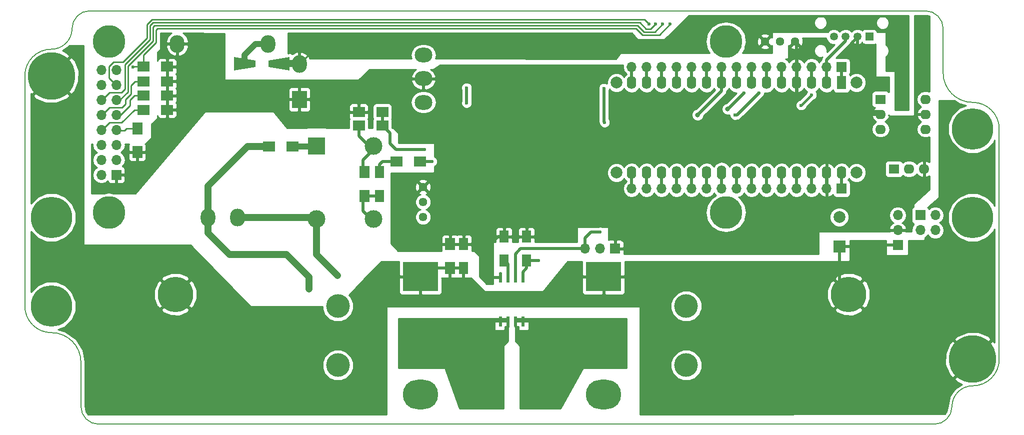
<source format=gbr>
G04 #@! TF.FileFunction,Copper,L2,Bot,Signal*
%FSLAX46Y46*%
G04 Gerber Fmt 4.6, Leading zero omitted, Abs format (unit mm)*
G04 Created by KiCad (PCBNEW 4.0.7-e2-6376~61~ubuntu18.04.1) date Tue May 29 09:04:43 2018*
%MOMM*%
%LPD*%
G01*
G04 APERTURE LIST*
%ADD10C,0.100000*%
%ADD11C,0.150000*%
%ADD12R,1.800000X1.600000*%
%ADD13O,1.800000X1.600000*%
%ADD14C,8.000000*%
%ADD15C,7.000000*%
%ADD16O,5.500000X5.500000*%
%ADD17O,1.700000X1.700000*%
%ADD18R,1.700000X1.700000*%
%ADD19R,1.700000X2.000000*%
%ADD20R,1.600000X2.000000*%
%ADD21R,0.550000X1.750000*%
%ADD22R,2.000000X1.700000*%
%ADD23C,6.000000*%
%ADD24R,1.350000X1.350000*%
%ADD25C,1.350000*%
%ADD26C,2.000000*%
%ADD27R,2.000000X2.000000*%
%ADD28O,6.000000X5.000000*%
%ADD29C,4.000000*%
%ADD30R,6.000000X5.000000*%
%ADD31R,1.600000X2.200000*%
%ADD32O,1.600000X2.200000*%
%ADD33O,1.600000X2.400000*%
%ADD34O,2.500000X3.000000*%
%ADD35O,3.000000X2.500000*%
%ADD36R,2.500000X3.000000*%
%ADD37C,1.440000*%
%ADD38C,3.000000*%
%ADD39R,3.000000X3.000000*%
%ADD40C,0.600000*%
%ADD41C,1.000000*%
%ADD42C,0.800000*%
%ADD43C,0.500000*%
%ADD44C,0.700000*%
%ADD45C,0.400000*%
%ADD46C,0.250000*%
%ADD47C,1.200000*%
%ADD48C,1.000000*%
%ADD49C,0.254000*%
G04 APERTURE END LIST*
D10*
D11*
X-4000000Y48500000D02*
G75*
G03X1000000Y43500000I5000000J0D01*
G01*
X5500000Y39000000D02*
G75*
G03X1000000Y43500000I-4500000J0D01*
G01*
X-150000000Y-500000D02*
G75*
G03X-155000000Y4500000I-5000000J0D01*
G01*
X-159500000Y9000000D02*
G75*
G03X-155000000Y4500000I4500000J0D01*
G01*
X-5500000Y-11000000D02*
G75*
G03X-2500000Y-8000000I0J3000000D01*
G01*
X1000000Y-4500000D02*
G75*
G03X-2500000Y-8000000I0J-3500000D01*
G01*
X1000000Y-4500000D02*
G75*
G03X5500000Y0I0J4500000D01*
G01*
X-155000000Y52500000D02*
G75*
G03X-151500000Y56000000I0J3500000D01*
G01*
X-155000000Y52500000D02*
G75*
G03X-159500000Y48000000I0J-4500000D01*
G01*
X-148500000Y59000000D02*
G75*
G03X-151500000Y56000000I0J-3000000D01*
G01*
X-147000000Y-11000000D02*
X-5500000Y-11000000D01*
X5500000Y0D02*
X5500000Y39000000D01*
X-150000000Y-8000000D02*
X-150000000Y-500000D01*
X-150000000Y-8000000D02*
G75*
G03X-147000000Y-11000000I3000000J0D01*
G01*
X-4000000Y56000000D02*
X-4000000Y48500000D01*
X-4000000Y56000000D02*
G75*
G03X-7000000Y59000000I-3000000J0D01*
G01*
X-159500000Y48000000D02*
X-159500000Y9000000D01*
X-7000000Y59000000D02*
X-148500000Y59000000D01*
D12*
X-14594000Y44023000D03*
D13*
X-14594000Y41483000D03*
X-6974000Y38943000D03*
X-14594000Y38943000D03*
X-6974000Y41483000D03*
X-6974000Y44023000D03*
D14*
X1000000Y0D03*
D15*
X-155000000Y24000000D03*
X1000000Y24000000D03*
X-155000000Y9000000D03*
X1000000Y39000000D03*
D14*
X-155000000Y48000000D03*
D16*
X-40770000Y53827000D03*
X-40770000Y24827000D03*
X-145270000Y24827000D03*
D17*
X-144000000Y48987000D03*
X-146540000Y48987000D03*
X-144000000Y46447000D03*
X-146540000Y46447000D03*
X-144000000Y43907000D03*
X-146540000Y43907000D03*
X-144000000Y41367000D03*
X-146540000Y41367000D03*
X-144000000Y38827000D03*
X-146540000Y38827000D03*
X-144000000Y36287000D03*
X-146540000Y36287000D03*
X-144000000Y33747000D03*
X-146540000Y33747000D03*
D18*
X-144000000Y31207000D03*
D17*
X-146540000Y31207000D03*
D16*
X-145270000Y53827000D03*
D19*
X-87492000Y15480000D03*
X-87492000Y19480000D03*
D20*
X-78348000Y20750000D03*
X-78348000Y16750000D03*
X-74538000Y20750000D03*
X-74538000Y16750000D03*
D21*
X-75173000Y6414000D03*
X-76443000Y6414000D03*
X-77713000Y6414000D03*
X-78983000Y6414000D03*
X-78983000Y13814000D03*
X-77713000Y13814000D03*
X-76443000Y13814000D03*
X-75173000Y13814000D03*
D22*
X-135403000Y47071000D03*
X-139403000Y47071000D03*
X-135403000Y42245000D03*
X-139403000Y42245000D03*
X-139403000Y49547500D03*
X-135403000Y49547500D03*
D19*
X-140462000Y35084000D03*
X-140462000Y39084000D03*
D22*
X-135403000Y44658000D03*
X-139403000Y44658000D03*
D23*
X-134000000Y11000000D03*
X-20000000Y11000000D03*
D12*
X-12308000Y32212000D03*
D13*
X-9768000Y32212000D03*
X-7228000Y32212000D03*
D18*
X-21200000Y49520000D03*
D17*
X-23740000Y49520000D03*
X-26280000Y49520000D03*
X-28820000Y49520000D03*
X-31360000Y49520000D03*
X-33900000Y49520000D03*
X-36440000Y49520000D03*
X-38980000Y49520000D03*
X-41520000Y49520000D03*
X-44060000Y49520000D03*
X-46600000Y49520000D03*
X-49140000Y49520000D03*
X-51680000Y49520000D03*
X-54220000Y49520000D03*
X-56760000Y49520000D03*
D18*
X-21200000Y28880000D03*
D17*
X-23740000Y28880000D03*
X-26280000Y28880000D03*
X-28820000Y28880000D03*
X-31360000Y28880000D03*
X-33900000Y28880000D03*
X-36440000Y28880000D03*
X-38980000Y28880000D03*
X-41520000Y28880000D03*
X-44060000Y28880000D03*
X-46600000Y28880000D03*
X-49140000Y28880000D03*
X-51680000Y28880000D03*
X-54220000Y28880000D03*
X-56760000Y28880000D03*
D24*
X-16510000Y54610000D03*
D25*
X-18510000Y54610000D03*
X-20510000Y54610000D03*
X-22510000Y54610000D03*
D20*
X-85206000Y15480000D03*
X-85206000Y19480000D03*
D18*
X-11684000Y19304000D03*
D17*
X-11684000Y21844000D03*
X-11684000Y24384000D03*
D18*
X-59552000Y18750000D03*
D17*
X-62092000Y18750000D03*
X-64632000Y18750000D03*
D18*
X-7874000Y24384000D03*
D17*
X-5334000Y24384000D03*
X-7874000Y21844000D03*
X-5334000Y21844000D03*
D10*
G36*
X-114680000Y51188000D02*
X-114680000Y48888000D01*
X-118280000Y49488000D01*
X-118280000Y50588000D01*
X-114680000Y51188000D01*
X-114680000Y51188000D01*
G37*
G36*
X-124080000Y48888000D02*
X-124080000Y51188000D01*
X-120480000Y50588000D01*
X-120480000Y49488000D01*
X-124080000Y48888000D01*
X-124080000Y48888000D01*
G37*
D20*
X-99430000Y31672000D03*
X-99430000Y27672000D03*
D22*
X-114194000Y36022000D03*
X-118194000Y36022000D03*
D19*
X-101970000Y31672000D03*
X-101970000Y27672000D03*
D22*
X-92604000Y33482000D03*
X-96604000Y33482000D03*
X-98954000Y39578000D03*
X-102954000Y39578000D03*
X-102954000Y41864000D03*
X-98954000Y41864000D03*
D26*
X-21590000Y24050000D03*
D27*
X-21590000Y19050000D03*
D28*
X-92500000Y-6000000D03*
X-92500000Y4000000D03*
D29*
X-106500000Y-1000000D03*
D30*
X-92500000Y14000000D03*
D29*
X-106500000Y9000000D03*
D28*
X-61500000Y-6000000D03*
X-61500000Y4000000D03*
D29*
X-47500000Y-1000000D03*
D30*
X-61500000Y14000000D03*
D29*
X-47500000Y9000000D03*
D26*
X-59300000Y31580000D03*
X-59300000Y46820000D03*
X-18660000Y31580000D03*
D31*
X-21200000Y46820000D03*
D32*
X-23740000Y46820000D03*
X-56760000Y31580000D03*
X-26280000Y46820000D03*
X-54220000Y31580000D03*
X-28820000Y46820000D03*
X-51680000Y31580000D03*
X-31360000Y46820000D03*
X-49140000Y31580000D03*
X-33900000Y46820000D03*
X-46600000Y31580000D03*
X-36440000Y46820000D03*
X-44060000Y31580000D03*
X-38980000Y46820000D03*
D33*
X-41520000Y31580000D03*
D32*
X-41520000Y46820000D03*
X-38980000Y31580000D03*
X-44060000Y46820000D03*
X-36440000Y31580000D03*
X-46600000Y46820000D03*
X-33900000Y31580000D03*
X-49140000Y46820000D03*
X-31360000Y31580000D03*
X-51680000Y46820000D03*
X-28820000Y31580000D03*
X-54220000Y46820000D03*
X-26280000Y31580000D03*
X-56760000Y46820000D03*
X-23740000Y31580000D03*
X-21200000Y31580000D03*
D26*
X-18660000Y46820000D03*
D34*
X-118300000Y53400000D03*
X-133700000Y53400000D03*
X-128500000Y24000000D03*
X-123500000Y24000000D03*
D35*
X-92000000Y43500000D03*
X-92000000Y51500000D03*
X-92000000Y47500000D03*
D34*
X-113000000Y50000000D03*
D36*
X-113000000Y44000000D03*
D37*
X-92064000Y24084000D03*
X-92064000Y26624000D03*
X-92064000Y29164000D03*
X-34152000Y53802000D03*
X-31612000Y53802000D03*
X-29072000Y53802000D03*
D38*
X-100472000Y36076000D03*
D39*
X-110072000Y36076000D03*
D38*
X-100472000Y23776000D03*
X-110072000Y23776000D03*
D40*
X-34914000Y41102000D03*
X-66410000Y31958000D03*
X-73268000Y48246000D03*
X-55234000Y39102000D03*
X-67426000Y21544000D03*
X-80126000Y45166000D03*
X-6477000Y51562000D03*
X-11038000Y46944000D03*
X-11038000Y44658000D03*
X-11038000Y42880000D03*
X-68442000Y52056000D03*
X-72506000Y16718000D03*
X-106542000Y14178000D03*
D41*
X-111368000Y11892000D03*
D40*
X-35179000Y45085000D03*
X-39232000Y41356000D03*
X-37719000Y45085000D03*
D42*
X-40502000Y42372000D03*
X-45582000Y41388000D03*
D40*
X-51487500Y56786500D03*
X-52694000Y56786500D03*
X-53837000Y56786500D03*
X-61457000Y45864500D03*
X-61330000Y40118000D03*
X-141213000Y49484000D03*
X-50217500Y56786500D03*
X-26278000Y44785000D03*
X-28056000Y43007000D03*
X-62092000Y21544000D03*
X-91810000Y35514000D03*
X-90540000Y33482000D03*
X-84698000Y43388000D03*
X-84698000Y45960000D03*
D43*
X-18510000Y54610000D02*
X-18510000Y50352000D01*
X-16626000Y48468000D02*
X-16626000Y41927500D01*
X-18510000Y50352000D02*
X-16626000Y48468000D01*
X-28820000Y46820000D02*
X-28820000Y44656000D01*
X-29389500Y41927500D02*
X-16626000Y41927500D01*
X-16626000Y41927500D02*
X-14594000Y41927500D01*
X-29580000Y42118000D02*
X-29389500Y41927500D01*
X-29580000Y43896000D02*
X-29580000Y42118000D01*
X-28820000Y44656000D02*
X-29580000Y43896000D01*
X-29072000Y53802000D02*
X-28820000Y53550000D01*
X-28820000Y53550000D02*
X-28820000Y49520000D01*
X-23740000Y28880000D02*
X-23740000Y31580000D01*
X-28820000Y46820000D02*
X-28820000Y49520000D01*
X-78983000Y13814000D02*
X-81032000Y13814000D01*
X-81032000Y13814000D02*
X-81650000Y14432000D01*
X-79396000Y20750000D02*
X-78348000Y20750000D01*
X-81650000Y18496000D02*
X-79396000Y20750000D01*
X-81650000Y14432000D02*
X-81650000Y18496000D01*
X-78983000Y13814000D02*
X-78983000Y14559000D01*
D44*
X-11038000Y42880000D02*
X-11038000Y44658000D01*
D45*
X-11176000Y55499000D02*
X-13779500Y58102500D01*
X-13779500Y58102500D02*
X-45847000Y58102500D01*
X-45847000Y58102500D02*
X-50355500Y53594000D01*
X-50355500Y53594000D02*
X-60261500Y53594000D01*
X-60261500Y53594000D02*
X-60822000Y54154500D01*
D46*
X-60822000Y54154500D02*
X-108845500Y54154500D01*
X-108845500Y54154500D02*
X-113000000Y50000000D01*
D47*
X-116480000Y50038000D02*
X-113038000Y50038000D01*
X-113038000Y50038000D02*
X-113000000Y50000000D01*
D43*
X-75173000Y13814000D02*
X-75173000Y14813000D01*
X-74538000Y15448000D02*
X-74538000Y16750000D01*
X-75173000Y14813000D02*
X-74538000Y15448000D01*
X-74538000Y16750000D02*
X-74506000Y16718000D01*
X-74506000Y16718000D02*
X-72506000Y16718000D01*
D48*
X-116480000Y50038000D02*
X-114962000Y50038000D01*
D43*
X-28820000Y28880000D02*
X-28820000Y31580000D01*
D45*
X-60822000Y54154500D02*
X-60769500Y54102000D01*
D43*
X-21200000Y46820000D02*
X-21200000Y49520000D01*
X-23740000Y46820000D02*
X-23740000Y49520000D01*
X-20510000Y54610000D02*
X-20510000Y53912000D01*
X-20510000Y53912000D02*
X-23740000Y50682000D01*
X-23740000Y50682000D02*
X-23740000Y49520000D01*
X-21200000Y28880000D02*
X-21200000Y31580000D01*
X-26280000Y28880000D02*
X-26280000Y31580000D01*
X-31360000Y28880000D02*
X-31360000Y31580000D01*
X-33900000Y28880000D02*
X-33900000Y31580000D01*
X-38980000Y28880000D02*
X-38980000Y31580000D01*
X-41520000Y28880000D02*
X-41520000Y31580000D01*
X-44060000Y28880000D02*
X-44060000Y31580000D01*
X-46600000Y28880000D02*
X-46600000Y31580000D01*
X-51680000Y28880000D02*
X-51680000Y31580000D01*
X-54220000Y28880000D02*
X-54220000Y31580000D01*
X-26280000Y46820000D02*
X-26280000Y49520000D01*
D46*
X-78983000Y6414000D02*
X-79364000Y6795000D01*
X-89705000Y6795000D02*
X-92500000Y4000000D01*
X-79364000Y6795000D02*
X-89705000Y6795000D01*
D47*
X-110072000Y23776000D02*
X-110072000Y17708000D01*
X-110072000Y17708000D02*
X-106542000Y14178000D01*
X-110072000Y23776000D02*
X-110352000Y23496000D01*
X-123500000Y24000000D02*
X-110296000Y24000000D01*
X-110296000Y24000000D02*
X-110072000Y23776000D01*
X-128500000Y24000000D02*
X-128500000Y21404000D01*
X-111368000Y13924000D02*
X-111368000Y11892000D01*
X-115178000Y17734000D02*
X-111368000Y13924000D01*
X-124830000Y17734000D02*
X-115178000Y17734000D01*
X-128500000Y21404000D02*
X-124830000Y17734000D01*
X-128500000Y24000000D02*
X-128500000Y29304000D01*
X-121782000Y36022000D02*
X-118194000Y36022000D01*
X-128500000Y29304000D02*
X-121782000Y36022000D01*
D43*
X-102224000Y27672000D02*
X-99684000Y27672000D01*
X-100472000Y23776000D02*
X-100900000Y23776000D01*
X-100900000Y23776000D02*
X-102224000Y25100000D01*
X-102224000Y25100000D02*
X-102224000Y27672000D01*
D46*
X-75173000Y6414000D02*
X-74902000Y6685000D01*
X-74902000Y6685000D02*
X-64185000Y6685000D01*
X-64185000Y6685000D02*
X-61500000Y4000000D01*
D43*
X-35179000Y45085000D02*
X-38908000Y41356000D01*
X-38908000Y41356000D02*
X-39232000Y41356000D01*
X-37719000Y45085000D02*
X-40432000Y42372000D01*
X-40432000Y42372000D02*
X-40502000Y42372000D01*
X-87492000Y15480000D02*
X-87492000Y12146000D01*
X-92500000Y14000000D02*
X-91020000Y15480000D01*
X-91020000Y15480000D02*
X-87492000Y15480000D01*
X-87492000Y15480000D02*
X-85206000Y15480000D01*
X-85206000Y15480000D02*
X-85206000Y12146000D01*
X-20000000Y11000000D02*
X-21590000Y12590000D01*
X-21590000Y12590000D02*
X-21590000Y19050000D01*
X-21590000Y19050000D02*
X-17088000Y19050000D01*
X-17088000Y19050000D02*
X-16834000Y19304000D01*
X-16834000Y19304000D02*
X-11684000Y19304000D01*
X-36440000Y28880000D02*
X-36440000Y31580000D01*
X-41520000Y45450000D02*
X-41520000Y46820000D01*
X-45582000Y41388000D02*
X-41520000Y45450000D01*
X-41520000Y46820000D02*
X-41520000Y49520000D01*
X-46600000Y46820000D02*
X-46600000Y49520000D01*
D46*
X-55742000Y56532500D02*
X-54662500Y55453000D01*
X-137530000Y56532500D02*
X-55742000Y56532500D01*
X-52821000Y55453000D02*
X-51487500Y56786500D01*
X-54662500Y55453000D02*
X-52821000Y55453000D01*
X-137784000Y56278500D02*
X-137530000Y56532500D01*
X-137784000Y53929000D02*
X-137784000Y56278500D01*
X-142037801Y49675199D02*
X-137784000Y53929000D01*
X-143551500Y43780000D02*
X-142037801Y45293699D01*
X-142037801Y45293699D02*
X-142037801Y49675199D01*
X-144000000Y43780000D02*
X-143551500Y43780000D01*
X-144000000Y43780000D02*
X-143551500Y43780000D01*
X-144000000Y43780000D02*
X-143297500Y43780000D01*
D43*
X-49140000Y46820000D02*
X-49140000Y49520000D01*
D46*
X-54281500Y55961000D02*
X-53519500Y55961000D01*
X-138292000Y56532500D02*
X-137784000Y57040500D01*
X-138292000Y54183000D02*
X-138292000Y56532500D01*
X-145167500Y45148500D02*
X-143135500Y45148500D01*
X-146536000Y43780000D02*
X-145167500Y45148500D01*
X-142546500Y47071000D02*
X-142546500Y49928500D01*
X-142545801Y47071699D02*
X-142546500Y47071000D01*
X-142545801Y45738199D02*
X-142545801Y47071699D01*
X-143135500Y45148500D02*
X-142545801Y45738199D01*
X-142546500Y49928500D02*
X-138292000Y54183000D01*
X-55361000Y57040500D02*
X-54281500Y55961000D01*
X-137784000Y57040500D02*
X-55361000Y57040500D01*
X-53519500Y55961000D02*
X-52694000Y56786500D01*
X-146540000Y43780000D02*
X-146536000Y43780000D01*
D43*
X-51680000Y46820000D02*
X-51680000Y49520000D01*
D46*
X-54599000Y57548500D02*
X-53837000Y56786500D01*
X-137974500Y57548500D02*
X-54599000Y57548500D01*
X-138800000Y56723000D02*
X-137974500Y57548500D01*
X-138800000Y54437000D02*
X-138800000Y56723000D01*
X-144000000Y46320000D02*
X-145277000Y47597000D01*
X-144451500Y50373000D02*
X-142864000Y50373000D01*
X-145277000Y49547500D02*
X-144451500Y50373000D01*
X-145277000Y47597000D02*
X-145277000Y49547500D01*
X-142864000Y50373000D02*
X-138800000Y54437000D01*
X-144000000Y46320000D02*
X-143996000Y46320000D01*
D43*
X-54220000Y46820000D02*
X-54220000Y49520000D01*
X-61457000Y40245000D02*
X-61457000Y45864500D01*
X-61330000Y40118000D02*
X-61457000Y40245000D01*
X-56760000Y28880000D02*
X-56760000Y31580000D01*
D46*
X-146540000Y36160000D02*
X-146536000Y36160000D01*
X-141213000Y49484000D02*
X-141149500Y49547500D01*
X-141149500Y49547500D02*
X-139403000Y49547500D01*
D43*
X-44060000Y46820000D02*
X-44060000Y49520000D01*
D46*
X-54916500Y54945000D02*
X-52059000Y54945000D01*
X-139403000Y51548000D02*
X-137276000Y53675000D01*
X-137276000Y53675000D02*
X-137276000Y55770500D01*
X-137276000Y55770500D02*
X-137022000Y56024500D01*
X-137022000Y56024500D02*
X-55996000Y56024500D01*
X-55996000Y56024500D02*
X-54916500Y54945000D01*
X-139403000Y49547500D02*
X-139403000Y51548000D01*
X-52059000Y54945000D02*
X-50217500Y56786500D01*
D43*
X-56760000Y46820000D02*
X-56760000Y49520000D01*
D46*
X-141721000Y42943500D02*
X-141721000Y43896000D01*
X-141721000Y43896000D02*
X-140959000Y44658000D01*
X-140959000Y44658000D02*
X-139403000Y44658000D01*
X-144000000Y41240000D02*
X-143424500Y41240000D01*
X-143424500Y41240000D02*
X-141721000Y42943500D01*
X-146540000Y41240000D02*
X-146536000Y41240000D01*
X-146536000Y41240000D02*
X-145167500Y42608500D01*
X-145167500Y42608500D02*
X-143072000Y42608500D01*
X-143072000Y42608500D02*
X-142419500Y43261000D01*
X-142419500Y43261000D02*
X-142419500Y44023000D01*
X-142419500Y44023000D02*
X-141530500Y44912000D01*
X-141530500Y44912000D02*
X-141530500Y46372500D01*
X-141530500Y46372500D02*
X-140832000Y47071000D01*
X-140832000Y47071000D02*
X-139403000Y47071000D01*
X-142272000Y39084000D02*
X-140462000Y39084000D01*
X-142656000Y38700000D02*
X-142272000Y39084000D01*
X-144000000Y38700000D02*
X-142656000Y38700000D01*
X-146540000Y38700000D02*
X-146536000Y38700000D01*
X-146536000Y38700000D02*
X-145167500Y40068500D01*
X-145167500Y40068500D02*
X-143135500Y40068500D01*
X-143135500Y40068500D02*
X-140959000Y42245000D01*
X-140959000Y42245000D02*
X-139403000Y42245000D01*
D43*
X-31360000Y46820000D02*
X-31360000Y49520000D01*
X-33900000Y46820000D02*
X-33900000Y49520000D01*
X-36440000Y46820000D02*
X-36440000Y49520000D01*
D45*
X-28056000Y43007000D02*
X-26278000Y44785000D01*
D43*
X-38980000Y46820000D02*
X-38980000Y49520000D01*
X-49140000Y28880000D02*
X-49140000Y31580000D01*
X-64632000Y18750000D02*
X-64632000Y20528000D01*
X-63616000Y21544000D02*
X-62092000Y21544000D01*
X-64632000Y20528000D02*
X-63616000Y21544000D01*
X-76443000Y13814000D02*
X-76443000Y17861000D01*
X-75554000Y18750000D02*
X-64632000Y18750000D01*
X-76443000Y17861000D02*
X-75554000Y18750000D01*
D48*
X-118300000Y53400000D02*
X-120399500Y53400000D01*
X-122280000Y51519500D02*
X-122280000Y50038000D01*
X-120399500Y53400000D02*
X-122280000Y51519500D01*
D43*
X-77713000Y13814000D02*
X-77713000Y16115000D01*
X-77713000Y16115000D02*
X-78348000Y16750000D01*
X-102224000Y31672000D02*
X-102224000Y33736000D01*
X-102224000Y33736000D02*
X-100472000Y35488000D01*
X-100472000Y35488000D02*
X-100472000Y36076000D01*
X-100472000Y36076000D02*
X-101262000Y36076000D01*
X-101262000Y36076000D02*
X-102954000Y37768000D01*
X-102954000Y37768000D02*
X-102954000Y39324000D01*
X-100446000Y36050000D02*
X-100472000Y36076000D01*
X-100418000Y36022000D02*
X-100472000Y36076000D01*
D48*
X-114194000Y36022000D02*
X-110126000Y36022000D01*
X-110126000Y36022000D02*
X-110072000Y36076000D01*
D43*
X-97652000Y38276000D02*
X-98954000Y39578000D01*
X-97652000Y36530000D02*
X-97652000Y38276000D01*
X-96636000Y35514000D02*
X-97652000Y36530000D01*
X-91810000Y35514000D02*
X-96636000Y35514000D01*
X-98954000Y39324000D02*
X-98954000Y41546000D01*
X-98954000Y41546000D02*
X-98890000Y41610000D01*
X-92604000Y33482000D02*
X-90540000Y33482000D01*
X-99430000Y31672000D02*
X-99430000Y32974000D01*
X-98922000Y33482000D02*
X-96604000Y33482000D01*
X-99430000Y32974000D02*
X-98922000Y33482000D01*
X-84698000Y45960000D02*
X-84698000Y43388000D01*
D49*
G36*
X-77713000Y6431000D02*
X-79872000Y6431000D01*
X-79921410Y6420994D01*
X-79963035Y6392553D01*
X-79990315Y6350159D01*
X-79999000Y6304000D01*
X-79999000Y5034000D01*
X-79988994Y4984590D01*
X-79960553Y4942965D01*
X-79918159Y4915685D01*
X-79872000Y4907000D01*
X-78348000Y4907000D01*
X-78298590Y4917006D01*
X-78256965Y4945447D01*
X-78229685Y4987841D01*
X-78221000Y5034000D01*
X-78221000Y5542000D01*
X-77621184Y5542000D01*
X-77703917Y5335167D01*
X-77713000Y5288000D01*
X-77713000Y3054606D01*
X-78437803Y2329803D01*
X-78465666Y2287789D01*
X-78475000Y2240000D01*
X-78475000Y-8301000D01*
X-85879606Y-8301000D01*
X-88388906Y-1525891D01*
X-88415450Y-1483032D01*
X-88456577Y-1453877D01*
X-88508000Y-1443000D01*
X-96255000Y-1443000D01*
X-96255000Y6939000D01*
X-77713000Y6939000D01*
X-77713000Y6431000D01*
X-77713000Y6431000D01*
G37*
X-77713000Y6431000D02*
X-79872000Y6431000D01*
X-79921410Y6420994D01*
X-79963035Y6392553D01*
X-79990315Y6350159D01*
X-79999000Y6304000D01*
X-79999000Y5034000D01*
X-79988994Y4984590D01*
X-79960553Y4942965D01*
X-79918159Y4915685D01*
X-79872000Y4907000D01*
X-78348000Y4907000D01*
X-78298590Y4917006D01*
X-78256965Y4945447D01*
X-78229685Y4987841D01*
X-78221000Y5034000D01*
X-78221000Y5542000D01*
X-77621184Y5542000D01*
X-77703917Y5335167D01*
X-77713000Y5288000D01*
X-77713000Y3054606D01*
X-78437803Y2329803D01*
X-78465666Y2287789D01*
X-78475000Y2240000D01*
X-78475000Y-8301000D01*
X-85879606Y-8301000D01*
X-88388906Y-1525891D01*
X-88415450Y-1483032D01*
X-88456577Y-1453877D01*
X-88508000Y-1443000D01*
X-96255000Y-1443000D01*
X-96255000Y6939000D01*
X-77713000Y6939000D01*
X-77713000Y6431000D01*
G36*
X-57647000Y-1443000D02*
X-64886000Y-1443000D01*
X-64935410Y-1453006D01*
X-64977035Y-1481447D01*
X-64997018Y-1508323D01*
X-68770727Y-8301000D01*
X-75681000Y-8301000D01*
X-75681000Y2240000D01*
X-75691006Y2289410D01*
X-75718197Y2329803D01*
X-76443000Y3054606D01*
X-76443000Y5288000D01*
X-76451086Y5332593D01*
X-76539139Y5567400D01*
X-75935000Y5567400D01*
X-75935000Y5034000D01*
X-75924994Y4984590D01*
X-75896553Y4942965D01*
X-75854159Y4915685D01*
X-75808000Y4907000D01*
X-74284000Y4907000D01*
X-74234590Y4917006D01*
X-74192965Y4945447D01*
X-74165685Y4987841D01*
X-74157000Y5034000D01*
X-74157000Y6304000D01*
X-74167006Y6353410D01*
X-74195447Y6395035D01*
X-74237841Y6422315D01*
X-74284000Y6431000D01*
X-76443000Y6431000D01*
X-76443000Y6939000D01*
X-57647000Y6939000D01*
X-57647000Y-1443000D01*
X-57647000Y-1443000D01*
G37*
X-57647000Y-1443000D02*
X-64886000Y-1443000D01*
X-64935410Y-1453006D01*
X-64977035Y-1481447D01*
X-64997018Y-1508323D01*
X-68770727Y-8301000D01*
X-75681000Y-8301000D01*
X-75681000Y2240000D01*
X-75691006Y2289410D01*
X-75718197Y2329803D01*
X-76443000Y3054606D01*
X-76443000Y5288000D01*
X-76451086Y5332593D01*
X-76539139Y5567400D01*
X-75935000Y5567400D01*
X-75935000Y5034000D01*
X-75924994Y4984590D01*
X-75896553Y4942965D01*
X-75854159Y4915685D01*
X-75808000Y4907000D01*
X-74284000Y4907000D01*
X-74234590Y4917006D01*
X-74192965Y4945447D01*
X-74165685Y4987841D01*
X-74157000Y5034000D01*
X-74157000Y6304000D01*
X-74167006Y6353410D01*
X-74195447Y6395035D01*
X-74237841Y6422315D01*
X-74284000Y6431000D01*
X-76443000Y6431000D01*
X-76443000Y6939000D01*
X-57647000Y6939000D01*
X-57647000Y-1443000D01*
G36*
X-149595000Y19512000D02*
X-149584994Y19462590D01*
X-149556553Y19420965D01*
X-149514159Y19393685D01*
X-149468000Y19385000D01*
X-131487525Y19385000D01*
X-121364904Y9009313D01*
X-121323238Y8980933D01*
X-121274000Y8971000D01*
X-109135027Y8971000D01*
X-109135457Y8478166D01*
X-108735147Y7509342D01*
X-107994557Y6767458D01*
X-107026433Y6365458D01*
X-105978166Y6364543D01*
X-105009342Y6764853D01*
X-104267458Y7505443D01*
X-103865458Y8473567D01*
X-103864543Y9521834D01*
X-104264853Y10490658D01*
X-104648053Y10874527D01*
X-101902988Y13714250D01*
X-96135000Y13714250D01*
X-96135000Y11373691D01*
X-96038327Y11140302D01*
X-95859699Y10961673D01*
X-95626310Y10865000D01*
X-92785750Y10865000D01*
X-92627000Y11023750D01*
X-92627000Y13873000D01*
X-95976250Y13873000D01*
X-96135000Y13714250D01*
X-101902988Y13714250D01*
X-99122129Y16591000D01*
X-96135000Y16591000D01*
X-96135000Y14285750D01*
X-95976250Y14127000D01*
X-92627000Y14127000D01*
X-92627000Y14147000D01*
X-92373000Y14147000D01*
X-92373000Y14127000D01*
X-92353000Y14127000D01*
X-92353000Y13873000D01*
X-92373000Y13873000D01*
X-92373000Y11023750D01*
X-92214250Y10865000D01*
X-89373690Y10865000D01*
X-89140301Y10961673D01*
X-88961673Y11140302D01*
X-88865000Y11373691D01*
X-88865000Y13714250D01*
X-88947750Y13797000D01*
X-83988606Y13797000D01*
X-81739803Y11548197D01*
X-81697789Y11520334D01*
X-81650000Y11511000D01*
X-71744000Y11511000D01*
X-71694590Y11521006D01*
X-71644830Y11558664D01*
X-69920362Y13714250D01*
X-65135000Y13714250D01*
X-65135000Y11373691D01*
X-65038327Y11140302D01*
X-64859699Y10961673D01*
X-64626310Y10865000D01*
X-61785750Y10865000D01*
X-61627000Y11023750D01*
X-61627000Y13873000D01*
X-61373000Y13873000D01*
X-61373000Y11023750D01*
X-61214250Y10865000D01*
X-58373690Y10865000D01*
X-58140301Y10961673D01*
X-57961673Y11140302D01*
X-57865000Y11373691D01*
X-57865000Y13596630D01*
X-22417025Y13596630D01*
X-20000000Y11179605D01*
X-17582975Y13596630D01*
X-17925566Y14071277D01*
X-19258800Y14631342D01*
X-20704875Y14638568D01*
X-22043639Y14091854D01*
X-22074434Y14071277D01*
X-22417025Y13596630D01*
X-57865000Y13596630D01*
X-57865000Y13714250D01*
X-58023750Y13873000D01*
X-61373000Y13873000D01*
X-61627000Y13873000D01*
X-64976250Y13873000D01*
X-65135000Y13714250D01*
X-69920362Y13714250D01*
X-67618961Y16591000D01*
X-65135000Y16591000D01*
X-65135000Y14285750D01*
X-64976250Y14127000D01*
X-61627000Y14127000D01*
X-61627000Y14147000D01*
X-61373000Y14147000D01*
X-61373000Y14127000D01*
X-58023750Y14127000D01*
X-57865000Y14285750D01*
X-57865000Y16591000D01*
X-19928000Y16591000D01*
X-19878590Y16601006D01*
X-19836965Y16629447D01*
X-19809685Y16671841D01*
X-19801000Y16718000D01*
X-19801000Y20147000D01*
X-13705000Y20147000D01*
X-13705000Y17734000D01*
X-13694994Y17684590D01*
X-13666553Y17642965D01*
X-13624159Y17615685D01*
X-13578000Y17607000D01*
X-10022000Y17607000D01*
X-9972590Y17617006D01*
X-9930965Y17645447D01*
X-9903685Y17687841D01*
X-9895000Y17734000D01*
X-9895000Y20147000D01*
X-7228000Y20147000D01*
X-7178590Y20157006D01*
X-7136965Y20185447D01*
X-7109685Y20227841D01*
X-7101048Y20277505D01*
X-7109501Y20583706D01*
X-6794853Y20793946D01*
X-6604000Y21079578D01*
X-6413147Y20793946D01*
X-5931378Y20472039D01*
X-5363093Y20359000D01*
X-5304907Y20359000D01*
X-4736622Y20472039D01*
X-4254853Y20793946D01*
X-3932946Y21275715D01*
X-3819907Y21844000D01*
X-3932946Y22412285D01*
X-4254853Y22894054D01*
X-4584026Y23114000D01*
X-4254853Y23333946D01*
X-3932946Y23815715D01*
X-3819907Y24384000D01*
X-3932946Y24952285D01*
X-4254853Y25434054D01*
X-4736622Y25755961D01*
X-5304907Y25869000D01*
X-5363093Y25869000D01*
X-5931378Y25755961D01*
X-6413147Y25434054D01*
X-6413971Y25432821D01*
X-6420838Y25469317D01*
X-6559910Y25685441D01*
X-6629080Y25732703D01*
X-4743749Y27335234D01*
X-4712581Y27374858D01*
X-4699000Y27432000D01*
X-4699000Y43815000D01*
X-2093203Y43815000D01*
X-1307872Y43290258D01*
X-1172872Y43234340D01*
X-1051931Y43184244D01*
X-140307Y43002911D01*
X-1339229Y42507526D01*
X-2503438Y41345347D01*
X-3134280Y39826111D01*
X-3135716Y38181106D01*
X-2507526Y36660771D01*
X-1345347Y35496562D01*
X173889Y34865720D01*
X1818894Y34864284D01*
X3339229Y35492474D01*
X4503438Y36654653D01*
X4694287Y37114269D01*
X4686551Y25905956D01*
X4507526Y26339229D01*
X3345347Y27503438D01*
X1826111Y28134280D01*
X181106Y28135716D01*
X-1339229Y27507526D01*
X-2503438Y26345347D01*
X-3134280Y24826111D01*
X-3135716Y23181106D01*
X-2507526Y21660771D01*
X-1345347Y20496562D01*
X173889Y19865720D01*
X1818894Y19864284D01*
X3339229Y20492474D01*
X4503438Y21654653D01*
X4683917Y22089294D01*
X4678500Y14241588D01*
X4678500Y14241390D01*
X4688386Y2841051D01*
X4317949Y3138344D01*
X1179605Y0D01*
X1193748Y-14143D01*
X1014143Y-193748D01*
X1000000Y-179605D01*
X-2138344Y-3317949D01*
X-1674010Y-3896524D01*
X-846516Y-4251361D01*
X-1869329Y-4934782D01*
X-2024889Y-5090343D01*
X-2065218Y-5130672D01*
X-2823922Y-6266153D01*
X-2886023Y-6416080D01*
X-2929936Y-6522094D01*
X-3196358Y-7861485D01*
X-3196358Y-7861486D01*
X-3397167Y-8871023D01*
X-3668752Y-9277479D01*
X-55361000Y-9316903D01*
X-55361000Y-1521834D01*
X-50135457Y-1521834D01*
X-49735147Y-2490658D01*
X-48994557Y-3232542D01*
X-48026433Y-3634542D01*
X-46978166Y-3635457D01*
X-46009342Y-3235147D01*
X-45267458Y-2494557D01*
X-44865458Y-1526433D01*
X-44864881Y-864447D01*
X-3646068Y-864447D01*
X-2961598Y-2576619D01*
X-2896524Y-2674010D01*
X-2317949Y-3138344D01*
X820395Y0D01*
X-2317949Y3138344D01*
X-2896524Y2674010D01*
X-3623218Y979328D01*
X-3646068Y-864447D01*
X-44864881Y-864447D01*
X-44864543Y-478166D01*
X-45264853Y490658D01*
X-46005443Y1232542D01*
X-46973567Y1634542D01*
X-48021834Y1635457D01*
X-48990658Y1235147D01*
X-49732542Y494557D01*
X-50134542Y-473567D01*
X-50135457Y-1521834D01*
X-55361000Y-1521834D01*
X-55361000Y3317949D01*
X-2138344Y3317949D01*
X1000000Y179605D01*
X4138344Y3317949D01*
X3674010Y3896524D01*
X1979328Y4623218D01*
X135553Y4646068D01*
X-1576619Y3961598D01*
X-1674010Y3896524D01*
X-2138344Y3317949D01*
X-55361000Y3317949D01*
X-55361000Y8478166D01*
X-50135457Y8478166D01*
X-49735147Y7509342D01*
X-48994557Y6767458D01*
X-48026433Y6365458D01*
X-46978166Y6364543D01*
X-46009342Y6764853D01*
X-45267458Y7505443D01*
X-44894607Y8403370D01*
X-22417025Y8403370D01*
X-22074434Y7928723D01*
X-20741200Y7368658D01*
X-19295125Y7361432D01*
X-17956361Y7908146D01*
X-17925566Y7928723D01*
X-17582975Y8403370D01*
X-20000000Y10820395D01*
X-22417025Y8403370D01*
X-44894607Y8403370D01*
X-44865458Y8473567D01*
X-44864543Y9521834D01*
X-45184060Y10295125D01*
X-23638568Y10295125D01*
X-23091854Y8956361D01*
X-23071277Y8925566D01*
X-22596630Y8582975D01*
X-20179605Y11000000D01*
X-19820395Y11000000D01*
X-17403370Y8582975D01*
X-16928723Y8925566D01*
X-16368658Y10258800D01*
X-16361432Y11704875D01*
X-16908146Y13043639D01*
X-16928723Y13074434D01*
X-17403370Y13417025D01*
X-19820395Y11000000D01*
X-20179605Y11000000D01*
X-22596630Y13417025D01*
X-23071277Y13074434D01*
X-23631342Y11741200D01*
X-23638568Y10295125D01*
X-45184060Y10295125D01*
X-45264853Y10490658D01*
X-46005443Y11232542D01*
X-46973567Y11634542D01*
X-48021834Y11635457D01*
X-48990658Y11235147D01*
X-49732542Y10494557D01*
X-50134542Y9526433D01*
X-50135457Y8478166D01*
X-55361000Y8478166D01*
X-55361000Y8844000D01*
X-55371006Y8893410D01*
X-55399447Y8935035D01*
X-55441841Y8962315D01*
X-55488000Y8971000D01*
X-98160000Y8971000D01*
X-98209410Y8960994D01*
X-98251035Y8932553D01*
X-98278315Y8890159D01*
X-98287000Y8844000D01*
X-98287000Y-9317000D01*
X-148804841Y-9317000D01*
X-149102833Y-8871023D01*
X-149290000Y-7930069D01*
X-149290000Y-1521834D01*
X-109135457Y-1521834D01*
X-108735147Y-2490658D01*
X-107994557Y-3232542D01*
X-107026433Y-3634542D01*
X-105978166Y-3635457D01*
X-105009342Y-3235147D01*
X-104267458Y-2494557D01*
X-103865458Y-1526433D01*
X-103864543Y-478166D01*
X-104264853Y490658D01*
X-105005443Y1232542D01*
X-105973567Y1634542D01*
X-107021834Y1635457D01*
X-107990658Y1235147D01*
X-108732542Y494557D01*
X-109134542Y-473567D01*
X-109135457Y-1521834D01*
X-149290000Y-1521834D01*
X-149290000Y-500000D01*
X-149303642Y-431416D01*
X-149303642Y-361486D01*
X-149684244Y1551931D01*
X-149728157Y1657945D01*
X-149790258Y1807872D01*
X-150874123Y3429989D01*
X-151070011Y3625877D01*
X-152692128Y4709741D01*
X-152767092Y4740792D01*
X-152948069Y4815756D01*
X-153859693Y4997089D01*
X-152660771Y5492474D01*
X-151496562Y6654653D01*
X-150865720Y8173889D01*
X-150865520Y8403370D01*
X-136417025Y8403370D01*
X-136074434Y7928723D01*
X-134741200Y7368658D01*
X-133295125Y7361432D01*
X-131956361Y7908146D01*
X-131925566Y7928723D01*
X-131582975Y8403370D01*
X-134000000Y10820395D01*
X-136417025Y8403370D01*
X-150865520Y8403370D01*
X-150864284Y9818894D01*
X-151061058Y10295125D01*
X-137638568Y10295125D01*
X-137091854Y8956361D01*
X-137071277Y8925566D01*
X-136596630Y8582975D01*
X-134179605Y11000000D01*
X-133820395Y11000000D01*
X-131403370Y8582975D01*
X-130928723Y8925566D01*
X-130368658Y10258800D01*
X-130361432Y11704875D01*
X-130908146Y13043639D01*
X-130928723Y13074434D01*
X-131403370Y13417025D01*
X-133820395Y11000000D01*
X-134179605Y11000000D01*
X-136596630Y13417025D01*
X-137071277Y13074434D01*
X-137631342Y11741200D01*
X-137638568Y10295125D01*
X-151061058Y10295125D01*
X-151492474Y11339229D01*
X-152654653Y12503438D01*
X-154173889Y13134280D01*
X-155818894Y13135716D01*
X-157339229Y12507526D01*
X-158485000Y11363753D01*
X-158485000Y13596630D01*
X-136417025Y13596630D01*
X-134000000Y11179605D01*
X-131582975Y13596630D01*
X-131925566Y14071277D01*
X-133258800Y14631342D01*
X-134704875Y14638568D01*
X-136043639Y14091854D01*
X-136074434Y14071277D01*
X-136417025Y13596630D01*
X-158485000Y13596630D01*
X-158485000Y21638206D01*
X-157345347Y20496562D01*
X-155826111Y19865720D01*
X-154181106Y19864284D01*
X-152660771Y20492474D01*
X-151496562Y21654653D01*
X-150865720Y23173889D01*
X-150864284Y24818894D01*
X-151492474Y26339229D01*
X-152654653Y27503438D01*
X-154173889Y28134280D01*
X-155818894Y28135716D01*
X-157339229Y27507526D01*
X-158485000Y26363753D01*
X-158485000Y44682051D01*
X-158138344Y44682051D01*
X-157674010Y44103476D01*
X-155979328Y43376782D01*
X-154135553Y43353932D01*
X-152423381Y44038402D01*
X-152325990Y44103476D01*
X-151861656Y44682051D01*
X-155000000Y47820395D01*
X-158138344Y44682051D01*
X-158485000Y44682051D01*
X-158485000Y44995722D01*
X-158317949Y44861656D01*
X-155179605Y48000000D01*
X-154820395Y48000000D01*
X-151682051Y44861656D01*
X-151103476Y45325990D01*
X-150376782Y47020672D01*
X-150353932Y48864447D01*
X-151038402Y50576619D01*
X-151103476Y50674010D01*
X-151682051Y51138344D01*
X-154820395Y48000000D01*
X-155179605Y48000000D01*
X-155193747Y48014142D01*
X-155014142Y48193747D01*
X-155000000Y48179605D01*
X-151861656Y51317949D01*
X-152325990Y51896524D01*
X-153153485Y52251361D01*
X-152130672Y52934782D01*
X-152038454Y53027000D01*
X-151934782Y53130671D01*
X-151910508Y53167000D01*
X-149595000Y53167000D01*
X-149595000Y19512000D01*
X-149595000Y19512000D01*
G37*
X-149595000Y19512000D02*
X-149584994Y19462590D01*
X-149556553Y19420965D01*
X-149514159Y19393685D01*
X-149468000Y19385000D01*
X-131487525Y19385000D01*
X-121364904Y9009313D01*
X-121323238Y8980933D01*
X-121274000Y8971000D01*
X-109135027Y8971000D01*
X-109135457Y8478166D01*
X-108735147Y7509342D01*
X-107994557Y6767458D01*
X-107026433Y6365458D01*
X-105978166Y6364543D01*
X-105009342Y6764853D01*
X-104267458Y7505443D01*
X-103865458Y8473567D01*
X-103864543Y9521834D01*
X-104264853Y10490658D01*
X-104648053Y10874527D01*
X-101902988Y13714250D01*
X-96135000Y13714250D01*
X-96135000Y11373691D01*
X-96038327Y11140302D01*
X-95859699Y10961673D01*
X-95626310Y10865000D01*
X-92785750Y10865000D01*
X-92627000Y11023750D01*
X-92627000Y13873000D01*
X-95976250Y13873000D01*
X-96135000Y13714250D01*
X-101902988Y13714250D01*
X-99122129Y16591000D01*
X-96135000Y16591000D01*
X-96135000Y14285750D01*
X-95976250Y14127000D01*
X-92627000Y14127000D01*
X-92627000Y14147000D01*
X-92373000Y14147000D01*
X-92373000Y14127000D01*
X-92353000Y14127000D01*
X-92353000Y13873000D01*
X-92373000Y13873000D01*
X-92373000Y11023750D01*
X-92214250Y10865000D01*
X-89373690Y10865000D01*
X-89140301Y10961673D01*
X-88961673Y11140302D01*
X-88865000Y11373691D01*
X-88865000Y13714250D01*
X-88947750Y13797000D01*
X-83988606Y13797000D01*
X-81739803Y11548197D01*
X-81697789Y11520334D01*
X-81650000Y11511000D01*
X-71744000Y11511000D01*
X-71694590Y11521006D01*
X-71644830Y11558664D01*
X-69920362Y13714250D01*
X-65135000Y13714250D01*
X-65135000Y11373691D01*
X-65038327Y11140302D01*
X-64859699Y10961673D01*
X-64626310Y10865000D01*
X-61785750Y10865000D01*
X-61627000Y11023750D01*
X-61627000Y13873000D01*
X-61373000Y13873000D01*
X-61373000Y11023750D01*
X-61214250Y10865000D01*
X-58373690Y10865000D01*
X-58140301Y10961673D01*
X-57961673Y11140302D01*
X-57865000Y11373691D01*
X-57865000Y13596630D01*
X-22417025Y13596630D01*
X-20000000Y11179605D01*
X-17582975Y13596630D01*
X-17925566Y14071277D01*
X-19258800Y14631342D01*
X-20704875Y14638568D01*
X-22043639Y14091854D01*
X-22074434Y14071277D01*
X-22417025Y13596630D01*
X-57865000Y13596630D01*
X-57865000Y13714250D01*
X-58023750Y13873000D01*
X-61373000Y13873000D01*
X-61627000Y13873000D01*
X-64976250Y13873000D01*
X-65135000Y13714250D01*
X-69920362Y13714250D01*
X-67618961Y16591000D01*
X-65135000Y16591000D01*
X-65135000Y14285750D01*
X-64976250Y14127000D01*
X-61627000Y14127000D01*
X-61627000Y14147000D01*
X-61373000Y14147000D01*
X-61373000Y14127000D01*
X-58023750Y14127000D01*
X-57865000Y14285750D01*
X-57865000Y16591000D01*
X-19928000Y16591000D01*
X-19878590Y16601006D01*
X-19836965Y16629447D01*
X-19809685Y16671841D01*
X-19801000Y16718000D01*
X-19801000Y20147000D01*
X-13705000Y20147000D01*
X-13705000Y17734000D01*
X-13694994Y17684590D01*
X-13666553Y17642965D01*
X-13624159Y17615685D01*
X-13578000Y17607000D01*
X-10022000Y17607000D01*
X-9972590Y17617006D01*
X-9930965Y17645447D01*
X-9903685Y17687841D01*
X-9895000Y17734000D01*
X-9895000Y20147000D01*
X-7228000Y20147000D01*
X-7178590Y20157006D01*
X-7136965Y20185447D01*
X-7109685Y20227841D01*
X-7101048Y20277505D01*
X-7109501Y20583706D01*
X-6794853Y20793946D01*
X-6604000Y21079578D01*
X-6413147Y20793946D01*
X-5931378Y20472039D01*
X-5363093Y20359000D01*
X-5304907Y20359000D01*
X-4736622Y20472039D01*
X-4254853Y20793946D01*
X-3932946Y21275715D01*
X-3819907Y21844000D01*
X-3932946Y22412285D01*
X-4254853Y22894054D01*
X-4584026Y23114000D01*
X-4254853Y23333946D01*
X-3932946Y23815715D01*
X-3819907Y24384000D01*
X-3932946Y24952285D01*
X-4254853Y25434054D01*
X-4736622Y25755961D01*
X-5304907Y25869000D01*
X-5363093Y25869000D01*
X-5931378Y25755961D01*
X-6413147Y25434054D01*
X-6413971Y25432821D01*
X-6420838Y25469317D01*
X-6559910Y25685441D01*
X-6629080Y25732703D01*
X-4743749Y27335234D01*
X-4712581Y27374858D01*
X-4699000Y27432000D01*
X-4699000Y43815000D01*
X-2093203Y43815000D01*
X-1307872Y43290258D01*
X-1172872Y43234340D01*
X-1051931Y43184244D01*
X-140307Y43002911D01*
X-1339229Y42507526D01*
X-2503438Y41345347D01*
X-3134280Y39826111D01*
X-3135716Y38181106D01*
X-2507526Y36660771D01*
X-1345347Y35496562D01*
X173889Y34865720D01*
X1818894Y34864284D01*
X3339229Y35492474D01*
X4503438Y36654653D01*
X4694287Y37114269D01*
X4686551Y25905956D01*
X4507526Y26339229D01*
X3345347Y27503438D01*
X1826111Y28134280D01*
X181106Y28135716D01*
X-1339229Y27507526D01*
X-2503438Y26345347D01*
X-3134280Y24826111D01*
X-3135716Y23181106D01*
X-2507526Y21660771D01*
X-1345347Y20496562D01*
X173889Y19865720D01*
X1818894Y19864284D01*
X3339229Y20492474D01*
X4503438Y21654653D01*
X4683917Y22089294D01*
X4678500Y14241588D01*
X4678500Y14241390D01*
X4688386Y2841051D01*
X4317949Y3138344D01*
X1179605Y0D01*
X1193748Y-14143D01*
X1014143Y-193748D01*
X1000000Y-179605D01*
X-2138344Y-3317949D01*
X-1674010Y-3896524D01*
X-846516Y-4251361D01*
X-1869329Y-4934782D01*
X-2024889Y-5090343D01*
X-2065218Y-5130672D01*
X-2823922Y-6266153D01*
X-2886023Y-6416080D01*
X-2929936Y-6522094D01*
X-3196358Y-7861485D01*
X-3196358Y-7861486D01*
X-3397167Y-8871023D01*
X-3668752Y-9277479D01*
X-55361000Y-9316903D01*
X-55361000Y-1521834D01*
X-50135457Y-1521834D01*
X-49735147Y-2490658D01*
X-48994557Y-3232542D01*
X-48026433Y-3634542D01*
X-46978166Y-3635457D01*
X-46009342Y-3235147D01*
X-45267458Y-2494557D01*
X-44865458Y-1526433D01*
X-44864881Y-864447D01*
X-3646068Y-864447D01*
X-2961598Y-2576619D01*
X-2896524Y-2674010D01*
X-2317949Y-3138344D01*
X820395Y0D01*
X-2317949Y3138344D01*
X-2896524Y2674010D01*
X-3623218Y979328D01*
X-3646068Y-864447D01*
X-44864881Y-864447D01*
X-44864543Y-478166D01*
X-45264853Y490658D01*
X-46005443Y1232542D01*
X-46973567Y1634542D01*
X-48021834Y1635457D01*
X-48990658Y1235147D01*
X-49732542Y494557D01*
X-50134542Y-473567D01*
X-50135457Y-1521834D01*
X-55361000Y-1521834D01*
X-55361000Y3317949D01*
X-2138344Y3317949D01*
X1000000Y179605D01*
X4138344Y3317949D01*
X3674010Y3896524D01*
X1979328Y4623218D01*
X135553Y4646068D01*
X-1576619Y3961598D01*
X-1674010Y3896524D01*
X-2138344Y3317949D01*
X-55361000Y3317949D01*
X-55361000Y8478166D01*
X-50135457Y8478166D01*
X-49735147Y7509342D01*
X-48994557Y6767458D01*
X-48026433Y6365458D01*
X-46978166Y6364543D01*
X-46009342Y6764853D01*
X-45267458Y7505443D01*
X-44894607Y8403370D01*
X-22417025Y8403370D01*
X-22074434Y7928723D01*
X-20741200Y7368658D01*
X-19295125Y7361432D01*
X-17956361Y7908146D01*
X-17925566Y7928723D01*
X-17582975Y8403370D01*
X-20000000Y10820395D01*
X-22417025Y8403370D01*
X-44894607Y8403370D01*
X-44865458Y8473567D01*
X-44864543Y9521834D01*
X-45184060Y10295125D01*
X-23638568Y10295125D01*
X-23091854Y8956361D01*
X-23071277Y8925566D01*
X-22596630Y8582975D01*
X-20179605Y11000000D01*
X-19820395Y11000000D01*
X-17403370Y8582975D01*
X-16928723Y8925566D01*
X-16368658Y10258800D01*
X-16361432Y11704875D01*
X-16908146Y13043639D01*
X-16928723Y13074434D01*
X-17403370Y13417025D01*
X-19820395Y11000000D01*
X-20179605Y11000000D01*
X-22596630Y13417025D01*
X-23071277Y13074434D01*
X-23631342Y11741200D01*
X-23638568Y10295125D01*
X-45184060Y10295125D01*
X-45264853Y10490658D01*
X-46005443Y11232542D01*
X-46973567Y11634542D01*
X-48021834Y11635457D01*
X-48990658Y11235147D01*
X-49732542Y10494557D01*
X-50134542Y9526433D01*
X-50135457Y8478166D01*
X-55361000Y8478166D01*
X-55361000Y8844000D01*
X-55371006Y8893410D01*
X-55399447Y8935035D01*
X-55441841Y8962315D01*
X-55488000Y8971000D01*
X-98160000Y8971000D01*
X-98209410Y8960994D01*
X-98251035Y8932553D01*
X-98278315Y8890159D01*
X-98287000Y8844000D01*
X-98287000Y-9317000D01*
X-148804841Y-9317000D01*
X-149102833Y-8871023D01*
X-149290000Y-7930069D01*
X-149290000Y-1521834D01*
X-109135457Y-1521834D01*
X-108735147Y-2490658D01*
X-107994557Y-3232542D01*
X-107026433Y-3634542D01*
X-105978166Y-3635457D01*
X-105009342Y-3235147D01*
X-104267458Y-2494557D01*
X-103865458Y-1526433D01*
X-103864543Y-478166D01*
X-104264853Y490658D01*
X-105005443Y1232542D01*
X-105973567Y1634542D01*
X-107021834Y1635457D01*
X-107990658Y1235147D01*
X-108732542Y494557D01*
X-109134542Y-473567D01*
X-109135457Y-1521834D01*
X-149290000Y-1521834D01*
X-149290000Y-500000D01*
X-149303642Y-431416D01*
X-149303642Y-361486D01*
X-149684244Y1551931D01*
X-149728157Y1657945D01*
X-149790258Y1807872D01*
X-150874123Y3429989D01*
X-151070011Y3625877D01*
X-152692128Y4709741D01*
X-152767092Y4740792D01*
X-152948069Y4815756D01*
X-153859693Y4997089D01*
X-152660771Y5492474D01*
X-151496562Y6654653D01*
X-150865720Y8173889D01*
X-150865520Y8403370D01*
X-136417025Y8403370D01*
X-136074434Y7928723D01*
X-134741200Y7368658D01*
X-133295125Y7361432D01*
X-131956361Y7908146D01*
X-131925566Y7928723D01*
X-131582975Y8403370D01*
X-134000000Y10820395D01*
X-136417025Y8403370D01*
X-150865520Y8403370D01*
X-150864284Y9818894D01*
X-151061058Y10295125D01*
X-137638568Y10295125D01*
X-137091854Y8956361D01*
X-137071277Y8925566D01*
X-136596630Y8582975D01*
X-134179605Y11000000D01*
X-133820395Y11000000D01*
X-131403370Y8582975D01*
X-130928723Y8925566D01*
X-130368658Y10258800D01*
X-130361432Y11704875D01*
X-130908146Y13043639D01*
X-130928723Y13074434D01*
X-131403370Y13417025D01*
X-133820395Y11000000D01*
X-134179605Y11000000D01*
X-136596630Y13417025D01*
X-137071277Y13074434D01*
X-137631342Y11741200D01*
X-137638568Y10295125D01*
X-151061058Y10295125D01*
X-151492474Y11339229D01*
X-152654653Y12503438D01*
X-154173889Y13134280D01*
X-155818894Y13135716D01*
X-157339229Y12507526D01*
X-158485000Y11363753D01*
X-158485000Y13596630D01*
X-136417025Y13596630D01*
X-134000000Y11179605D01*
X-131582975Y13596630D01*
X-131925566Y14071277D01*
X-133258800Y14631342D01*
X-134704875Y14638568D01*
X-136043639Y14091854D01*
X-136074434Y14071277D01*
X-136417025Y13596630D01*
X-158485000Y13596630D01*
X-158485000Y21638206D01*
X-157345347Y20496562D01*
X-155826111Y19865720D01*
X-154181106Y19864284D01*
X-152660771Y20492474D01*
X-151496562Y21654653D01*
X-150865720Y23173889D01*
X-150864284Y24818894D01*
X-151492474Y26339229D01*
X-152654653Y27503438D01*
X-154173889Y28134280D01*
X-155818894Y28135716D01*
X-157339229Y27507526D01*
X-158485000Y26363753D01*
X-158485000Y44682051D01*
X-158138344Y44682051D01*
X-157674010Y44103476D01*
X-155979328Y43376782D01*
X-154135553Y43353932D01*
X-152423381Y44038402D01*
X-152325990Y44103476D01*
X-151861656Y44682051D01*
X-155000000Y47820395D01*
X-158138344Y44682051D01*
X-158485000Y44682051D01*
X-158485000Y44995722D01*
X-158317949Y44861656D01*
X-155179605Y48000000D01*
X-154820395Y48000000D01*
X-151682051Y44861656D01*
X-151103476Y45325990D01*
X-150376782Y47020672D01*
X-150353932Y48864447D01*
X-151038402Y50576619D01*
X-151103476Y50674010D01*
X-151682051Y51138344D01*
X-154820395Y48000000D01*
X-155179605Y48000000D01*
X-155193747Y48014142D01*
X-155014142Y48193747D01*
X-155000000Y48179605D01*
X-151861656Y51317949D01*
X-152325990Y51896524D01*
X-153153485Y52251361D01*
X-152130672Y52934782D01*
X-152038454Y53027000D01*
X-151934782Y53130671D01*
X-151910508Y53167000D01*
X-149595000Y53167000D01*
X-149595000Y19512000D01*
G36*
X-6339000Y58144609D02*
X-6339000Y45357564D01*
X-6843928Y45458000D01*
X-7104072Y45458000D01*
X-7653223Y45348767D01*
X-8118770Y45037698D01*
X-8429839Y44572151D01*
X-8539072Y44023000D01*
X-8429839Y43473849D01*
X-8118770Y43008302D01*
X-7718897Y42741115D01*
X-7846183Y42691414D01*
X-8249844Y42303927D01*
X-8465904Y41832039D01*
X-8343915Y41610000D01*
X-7101000Y41610000D01*
X-7101000Y41630000D01*
X-6847000Y41630000D01*
X-6847000Y41610000D01*
X-6827000Y41610000D01*
X-6827000Y41356000D01*
X-6847000Y41356000D01*
X-6847000Y41336000D01*
X-7101000Y41336000D01*
X-7101000Y41356000D01*
X-8343915Y41356000D01*
X-8465904Y41133961D01*
X-8249844Y40662073D01*
X-7846183Y40274586D01*
X-7718897Y40224885D01*
X-8118770Y39957698D01*
X-8429839Y39492151D01*
X-8539072Y38943000D01*
X-8429839Y38393849D01*
X-8118770Y37928302D01*
X-7653223Y37617233D01*
X-7104072Y37508000D01*
X-6843928Y37508000D01*
X-6339000Y37608436D01*
X-6339000Y33404271D01*
X-6355817Y33420414D01*
X-6877036Y33623931D01*
X-7101000Y33487057D01*
X-7101000Y32339000D01*
X-7081000Y32339000D01*
X-7081000Y32085000D01*
X-7101000Y32085000D01*
X-7101000Y30936943D01*
X-6877036Y30800069D01*
X-6355817Y31003586D01*
X-6339000Y31019729D01*
X-6339000Y28711271D01*
X-8976553Y26254939D01*
X-9005892Y26213942D01*
X-9017000Y26162000D01*
X-9017000Y25800044D01*
X-9175441Y25698090D01*
X-9320431Y25485890D01*
X-9371440Y25234000D01*
X-9371440Y23534000D01*
X-9327162Y23298683D01*
X-9188090Y23082559D01*
X-9017000Y22965658D01*
X-9017000Y22798491D01*
X-9275054Y22412285D01*
X-9388093Y21844000D01*
X-9353681Y21671000D01*
X-10339569Y21671000D01*
X-10363845Y21717000D01*
X-11557000Y21717000D01*
X-11557000Y21697000D01*
X-11811000Y21697000D01*
X-11811000Y21717000D01*
X-13004155Y21717000D01*
X-13028431Y21671000D01*
X-25008000Y21671000D01*
X-25057410Y21660994D01*
X-25099035Y21632553D01*
X-25126315Y21590159D01*
X-25135000Y21544000D01*
X-25135000Y17861000D01*
X-58067000Y17861000D01*
X-58067000Y18464250D01*
X-58225750Y18623000D01*
X-59425000Y18623000D01*
X-59425000Y18603000D01*
X-59679000Y18603000D01*
X-59679000Y18623000D01*
X-59699000Y18623000D01*
X-59699000Y18877000D01*
X-59679000Y18877000D01*
X-59679000Y20076250D01*
X-59425000Y20076250D01*
X-59425000Y18877000D01*
X-58225750Y18877000D01*
X-58067000Y19035750D01*
X-58067000Y19726309D01*
X-58163673Y19959698D01*
X-58342301Y20138327D01*
X-58575690Y20235000D01*
X-59266250Y20235000D01*
X-59425000Y20076250D01*
X-59679000Y20076250D01*
X-59837750Y20235000D01*
X-60528310Y20235000D01*
X-60695000Y20165955D01*
X-60695000Y22306000D01*
X-60705006Y22355410D01*
X-60733447Y22397035D01*
X-60775841Y22424315D01*
X-60822000Y22433000D01*
X-61794811Y22433000D01*
X-61905201Y22478838D01*
X-62277167Y22479162D01*
X-62388888Y22433000D01*
X-65902000Y22433000D01*
X-65951410Y22422994D01*
X-65993035Y22394553D01*
X-66020315Y22352159D01*
X-66029000Y22306000D01*
X-66029000Y19893000D01*
X-73103000Y19893000D01*
X-73103000Y20464250D01*
X-73261750Y20623000D01*
X-74411000Y20623000D01*
X-74411000Y20603000D01*
X-74665000Y20603000D01*
X-74665000Y20623000D01*
X-75814250Y20623000D01*
X-75973000Y20464250D01*
X-75973000Y19893000D01*
X-76913000Y19893000D01*
X-76913000Y20464250D01*
X-77071750Y20623000D01*
X-78221000Y20623000D01*
X-78221000Y20603000D01*
X-78475000Y20603000D01*
X-78475000Y20623000D01*
X-79624250Y20623000D01*
X-79783000Y20464250D01*
X-79783000Y19893000D01*
X-80126000Y19893000D01*
X-80175410Y19882994D01*
X-80217035Y19854553D01*
X-80244315Y19812159D01*
X-80253000Y19766000D01*
X-80253000Y12781000D01*
X-81343394Y12781000D01*
X-82539000Y13976606D01*
X-82539000Y17480000D01*
X-82549006Y17529410D01*
X-82576197Y17569803D01*
X-83338197Y18331803D01*
X-83380211Y18359666D01*
X-83428000Y18369000D01*
X-83771000Y18369000D01*
X-83771000Y19194250D01*
X-83929750Y19353000D01*
X-85079000Y19353000D01*
X-85079000Y19333000D01*
X-85333000Y19333000D01*
X-85333000Y19353000D01*
X-87365000Y19353000D01*
X-87365000Y19333000D01*
X-87619000Y19333000D01*
X-87619000Y19353000D01*
X-88818250Y19353000D01*
X-88977000Y19194250D01*
X-88977000Y18369000D01*
X-96329394Y18369000D01*
X-97525000Y19564606D01*
X-97525000Y20606309D01*
X-88977000Y20606309D01*
X-88977000Y19765750D01*
X-88818250Y19607000D01*
X-87619000Y19607000D01*
X-87619000Y20956250D01*
X-87365000Y20956250D01*
X-87365000Y19607000D01*
X-85333000Y19607000D01*
X-85333000Y20956250D01*
X-85079000Y20956250D01*
X-85079000Y19607000D01*
X-83929750Y19607000D01*
X-83771000Y19765750D01*
X-83771000Y20606309D01*
X-83867673Y20839698D01*
X-84046301Y21018327D01*
X-84279690Y21115000D01*
X-84920250Y21115000D01*
X-85079000Y20956250D01*
X-85333000Y20956250D01*
X-85491750Y21115000D01*
X-86132310Y21115000D01*
X-86324000Y21035599D01*
X-86515690Y21115000D01*
X-87206250Y21115000D01*
X-87365000Y20956250D01*
X-87619000Y20956250D01*
X-87777750Y21115000D01*
X-88468310Y21115000D01*
X-88701699Y21018327D01*
X-88880327Y20839698D01*
X-88977000Y20606309D01*
X-97525000Y20606309D01*
X-97525000Y21876309D01*
X-79783000Y21876309D01*
X-79783000Y21035750D01*
X-79624250Y20877000D01*
X-78475000Y20877000D01*
X-78475000Y22226250D01*
X-78221000Y22226250D01*
X-78221000Y20877000D01*
X-77071750Y20877000D01*
X-76913000Y21035750D01*
X-76913000Y21876309D01*
X-75973000Y21876309D01*
X-75973000Y21035750D01*
X-75814250Y20877000D01*
X-74665000Y20877000D01*
X-74665000Y22226250D01*
X-74411000Y22226250D01*
X-74411000Y20877000D01*
X-73261750Y20877000D01*
X-73103000Y21035750D01*
X-73103000Y21876309D01*
X-73199673Y22109698D01*
X-73378301Y22288327D01*
X-73611690Y22385000D01*
X-74252250Y22385000D01*
X-74411000Y22226250D01*
X-74665000Y22226250D01*
X-74823750Y22385000D01*
X-75464310Y22385000D01*
X-75697699Y22288327D01*
X-75876327Y22109698D01*
X-75973000Y21876309D01*
X-76913000Y21876309D01*
X-77009673Y22109698D01*
X-77188301Y22288327D01*
X-77421690Y22385000D01*
X-78062250Y22385000D01*
X-78221000Y22226250D01*
X-78475000Y22226250D01*
X-78633750Y22385000D01*
X-79274310Y22385000D01*
X-79507699Y22288327D01*
X-79686327Y22109698D01*
X-79783000Y21876309D01*
X-97525000Y21876309D01*
X-97525000Y26355656D01*
X-93419235Y26355656D01*
X-93213383Y25857457D01*
X-92832548Y25475957D01*
X-92538736Y25353955D01*
X-92830543Y25233383D01*
X-93212043Y24852548D01*
X-93418764Y24354709D01*
X-93419235Y23815656D01*
X-93213383Y23317457D01*
X-92832548Y22935957D01*
X-92334709Y22729236D01*
X-91795656Y22728765D01*
X-91297457Y22934617D01*
X-90915957Y23315452D01*
X-90709236Y23813291D01*
X-90708765Y24352344D01*
X-90914617Y24850543D01*
X-91295452Y25232043D01*
X-91589264Y25354045D01*
X-91297457Y25474617D01*
X-90915957Y25855452D01*
X-90709236Y26353291D01*
X-90708765Y26892344D01*
X-90914617Y27390543D01*
X-91295452Y27772043D01*
X-91573116Y27887339D01*
X-91358131Y27976389D01*
X-91293831Y28214226D01*
X-92064000Y28984395D01*
X-92834169Y28214226D01*
X-92769869Y27976389D01*
X-92537828Y27894331D01*
X-92830543Y27773383D01*
X-93212043Y27392548D01*
X-93418764Y26894709D01*
X-93419235Y26355656D01*
X-97525000Y26355656D01*
X-97525000Y29361658D01*
X-93431333Y29361658D01*
X-93402892Y28823356D01*
X-93251611Y28458131D01*
X-93013774Y28393831D01*
X-92243605Y29164000D01*
X-91884395Y29164000D01*
X-91114226Y28393831D01*
X-90876389Y28458131D01*
X-90696667Y28966342D01*
X-90725108Y29504644D01*
X-90876389Y29869869D01*
X-91114226Y29934169D01*
X-91884395Y29164000D01*
X-92243605Y29164000D01*
X-93013774Y29934169D01*
X-93251611Y29869869D01*
X-93431333Y29361658D01*
X-97525000Y29361658D01*
X-97525000Y30113774D01*
X-92834169Y30113774D01*
X-92064000Y29343605D01*
X-91293831Y30113774D01*
X-91358131Y30351611D01*
X-91866342Y30531333D01*
X-92404644Y30502892D01*
X-92769869Y30351611D01*
X-92834169Y30113774D01*
X-97525000Y30113774D01*
X-97525000Y31256205D01*
X-60935284Y31256205D01*
X-60686894Y30655057D01*
X-60227363Y30194722D01*
X-59626648Y29945284D01*
X-58976205Y29944716D01*
X-58375057Y30193106D01*
X-57999603Y30567904D01*
X-57774698Y30231311D01*
X-57645000Y30144649D01*
X-57645000Y30069432D01*
X-57810054Y29959147D01*
X-58131961Y29477378D01*
X-58245000Y28909093D01*
X-58245000Y28850907D01*
X-58131961Y28282622D01*
X-57810054Y27800853D01*
X-57328285Y27478946D01*
X-56760000Y27365907D01*
X-56191715Y27478946D01*
X-55709946Y27800853D01*
X-55490000Y28130026D01*
X-55270054Y27800853D01*
X-54788285Y27478946D01*
X-54220000Y27365907D01*
X-53651715Y27478946D01*
X-53169946Y27800853D01*
X-52950000Y28130026D01*
X-52730054Y27800853D01*
X-52248285Y27478946D01*
X-51680000Y27365907D01*
X-51111715Y27478946D01*
X-50629946Y27800853D01*
X-50410000Y28130026D01*
X-50190054Y27800853D01*
X-49708285Y27478946D01*
X-49140000Y27365907D01*
X-48571715Y27478946D01*
X-48089946Y27800853D01*
X-47870000Y28130026D01*
X-47650054Y27800853D01*
X-47168285Y27478946D01*
X-46600000Y27365907D01*
X-46031715Y27478946D01*
X-45549946Y27800853D01*
X-45330000Y28130026D01*
X-45110054Y27800853D01*
X-44628285Y27478946D01*
X-44060000Y27365907D01*
X-43491715Y27478946D01*
X-43009946Y27800853D01*
X-42790000Y28130026D01*
X-42570054Y27800853D01*
X-42465725Y27731143D01*
X-43229872Y27220556D01*
X-43963648Y26122383D01*
X-44221316Y24827000D01*
X-43963648Y23531617D01*
X-43229872Y22433444D01*
X-42131699Y21699668D01*
X-40836316Y21442000D01*
X-40703684Y21442000D01*
X-39408301Y21699668D01*
X-38310128Y22433444D01*
X-37576352Y23531617D01*
X-37537646Y23726205D01*
X-23225284Y23726205D01*
X-22976894Y23125057D01*
X-22517363Y22664722D01*
X-21916648Y22415284D01*
X-21266205Y22414716D01*
X-20665057Y22663106D01*
X-20204722Y23122637D01*
X-19955284Y23723352D01*
X-19954716Y24373795D01*
X-19958932Y24384000D01*
X-13198093Y24384000D01*
X-13085054Y23815715D01*
X-12763147Y23333946D01*
X-12422447Y23106298D01*
X-12565358Y23039183D01*
X-12955645Y22610924D01*
X-13125476Y22200890D01*
X-13004155Y21971000D01*
X-11811000Y21971000D01*
X-11811000Y21991000D01*
X-11557000Y21991000D01*
X-11557000Y21971000D01*
X-10363845Y21971000D01*
X-10242524Y22200890D01*
X-10412355Y22610924D01*
X-10802642Y23039183D01*
X-10945553Y23106298D01*
X-10604853Y23333946D01*
X-10282946Y23815715D01*
X-10169907Y24384000D01*
X-10282946Y24952285D01*
X-10604853Y25434054D01*
X-11086622Y25755961D01*
X-11654907Y25869000D01*
X-11713093Y25869000D01*
X-12281378Y25755961D01*
X-12763147Y25434054D01*
X-13085054Y24952285D01*
X-13198093Y24384000D01*
X-19958932Y24384000D01*
X-20203106Y24974943D01*
X-20662637Y25435278D01*
X-21263352Y25684716D01*
X-21913795Y25685284D01*
X-22514943Y25436894D01*
X-22975278Y24977363D01*
X-23224716Y24376648D01*
X-23225284Y23726205D01*
X-37537646Y23726205D01*
X-37318684Y24827000D01*
X-37576352Y26122383D01*
X-38310128Y27220556D01*
X-38631429Y27435242D01*
X-38411715Y27478946D01*
X-37929946Y27800853D01*
X-37710000Y28130026D01*
X-37490054Y27800853D01*
X-37008285Y27478946D01*
X-36440000Y27365907D01*
X-35871715Y27478946D01*
X-35389946Y27800853D01*
X-35170000Y28130026D01*
X-34950054Y27800853D01*
X-34468285Y27478946D01*
X-33900000Y27365907D01*
X-33331715Y27478946D01*
X-32849946Y27800853D01*
X-32630000Y28130026D01*
X-32410054Y27800853D01*
X-31928285Y27478946D01*
X-31360000Y27365907D01*
X-30791715Y27478946D01*
X-30309946Y27800853D01*
X-30090000Y28130026D01*
X-29870054Y27800853D01*
X-29388285Y27478946D01*
X-28820000Y27365907D01*
X-28251715Y27478946D01*
X-27769946Y27800853D01*
X-27550000Y28130026D01*
X-27330054Y27800853D01*
X-26848285Y27478946D01*
X-26280000Y27365907D01*
X-25711715Y27478946D01*
X-25229946Y27800853D01*
X-25002298Y28141553D01*
X-24935183Y27998642D01*
X-24506924Y27608355D01*
X-24096890Y27438524D01*
X-23867000Y27559845D01*
X-23867000Y28753000D01*
X-23887000Y28753000D01*
X-23887000Y29007000D01*
X-23867000Y29007000D01*
X-23867000Y31453000D01*
X-23887000Y31453000D01*
X-23887000Y31707000D01*
X-23867000Y31707000D01*
X-23867000Y33149915D01*
X-23613000Y33149915D01*
X-23613000Y31707000D01*
X-23593000Y31707000D01*
X-23593000Y31453000D01*
X-23613000Y31453000D01*
X-23613000Y29007000D01*
X-23593000Y29007000D01*
X-23593000Y28753000D01*
X-23613000Y28753000D01*
X-23613000Y27559845D01*
X-23383110Y27438524D01*
X-22973076Y27608355D01*
X-22670063Y27884501D01*
X-22653162Y27794683D01*
X-22514090Y27578559D01*
X-22301890Y27433569D01*
X-22050000Y27382560D01*
X-20350000Y27382560D01*
X-20114683Y27426838D01*
X-19898559Y27565910D01*
X-19753569Y27778110D01*
X-19702560Y28030000D01*
X-19702560Y29730000D01*
X-19746838Y29965317D01*
X-19885910Y30181441D01*
X-20098110Y30326431D01*
X-20118928Y30330647D01*
X-19960195Y30568207D01*
X-19587363Y30194722D01*
X-18986648Y29945284D01*
X-18336205Y29944716D01*
X-17735057Y30193106D01*
X-17274722Y30652637D01*
X-17025284Y31253352D01*
X-17024716Y31903795D01*
X-17273106Y32504943D01*
X-17732637Y32965278D01*
X-17845156Y33012000D01*
X-13855440Y33012000D01*
X-13855440Y31412000D01*
X-13811162Y31176683D01*
X-13672090Y30960559D01*
X-13459890Y30815569D01*
X-13208000Y30764560D01*
X-11408000Y30764560D01*
X-11172683Y30808838D01*
X-10956559Y30947910D01*
X-10825843Y31139219D01*
X-10447223Y30886233D01*
X-9898072Y30777000D01*
X-9637928Y30777000D01*
X-9088777Y30886233D01*
X-8623230Y31197302D01*
X-8497698Y31385173D01*
X-8100183Y31003586D01*
X-7578964Y30800069D01*
X-7355000Y30936943D01*
X-7355000Y32085000D01*
X-7375000Y32085000D01*
X-7375000Y32339000D01*
X-7355000Y32339000D01*
X-7355000Y33487057D01*
X-7578964Y33623931D01*
X-8100183Y33420414D01*
X-8497698Y33038827D01*
X-8623230Y33226698D01*
X-9088777Y33537767D01*
X-9637928Y33647000D01*
X-9898072Y33647000D01*
X-10447223Y33537767D01*
X-10828013Y33283331D01*
X-10943910Y33463441D01*
X-11156110Y33608431D01*
X-11408000Y33659440D01*
X-13208000Y33659440D01*
X-13443317Y33615162D01*
X-13659441Y33476090D01*
X-13804431Y33263890D01*
X-13855440Y33012000D01*
X-17845156Y33012000D01*
X-18333352Y33214716D01*
X-18983795Y33215284D01*
X-19584943Y32966894D01*
X-19960397Y32592096D01*
X-20185302Y32928689D01*
X-20650849Y33239758D01*
X-21200000Y33348991D01*
X-21749151Y33239758D01*
X-22214698Y32928689D01*
X-22466792Y32551404D01*
X-22815104Y32984500D01*
X-23308181Y33254367D01*
X-23390961Y33271904D01*
X-23613000Y33149915D01*
X-23867000Y33149915D01*
X-24089039Y33271904D01*
X-24171819Y33254367D01*
X-24664896Y32984500D01*
X-25013208Y32551404D01*
X-25265302Y32928689D01*
X-25730849Y33239758D01*
X-26280000Y33348991D01*
X-26829151Y33239758D01*
X-27294698Y32928689D01*
X-27550000Y32546603D01*
X-27805302Y32928689D01*
X-28270849Y33239758D01*
X-28820000Y33348991D01*
X-29369151Y33239758D01*
X-29834698Y32928689D01*
X-30090000Y32546603D01*
X-30345302Y32928689D01*
X-30810849Y33239758D01*
X-31360000Y33348991D01*
X-31909151Y33239758D01*
X-32374698Y32928689D01*
X-32630000Y32546603D01*
X-32885302Y32928689D01*
X-33350849Y33239758D01*
X-33900000Y33348991D01*
X-34449151Y33239758D01*
X-34914698Y32928689D01*
X-35170000Y32546603D01*
X-35425302Y32928689D01*
X-35890849Y33239758D01*
X-36440000Y33348991D01*
X-36989151Y33239758D01*
X-37454698Y32928689D01*
X-37710000Y32546603D01*
X-37965302Y32928689D01*
X-38430849Y33239758D01*
X-38980000Y33348991D01*
X-39529151Y33239758D01*
X-39994698Y32928689D01*
X-40215937Y32597583D01*
X-40505302Y33030648D01*
X-40970849Y33341717D01*
X-41520000Y33450950D01*
X-42069151Y33341717D01*
X-42534698Y33030648D01*
X-42824063Y32597583D01*
X-43045302Y32928689D01*
X-43510849Y33239758D01*
X-44060000Y33348991D01*
X-44609151Y33239758D01*
X-45074698Y32928689D01*
X-45330000Y32546603D01*
X-45585302Y32928689D01*
X-46050849Y33239758D01*
X-46600000Y33348991D01*
X-47149151Y33239758D01*
X-47614698Y32928689D01*
X-47870000Y32546603D01*
X-48125302Y32928689D01*
X-48590849Y33239758D01*
X-49140000Y33348991D01*
X-49689151Y33239758D01*
X-50154698Y32928689D01*
X-50410000Y32546603D01*
X-50665302Y32928689D01*
X-51130849Y33239758D01*
X-51680000Y33348991D01*
X-52229151Y33239758D01*
X-52694698Y32928689D01*
X-52950000Y32546603D01*
X-53205302Y32928689D01*
X-53670849Y33239758D01*
X-54220000Y33348991D01*
X-54769151Y33239758D01*
X-55234698Y32928689D01*
X-55490000Y32546603D01*
X-55745302Y32928689D01*
X-56210849Y33239758D01*
X-56760000Y33348991D01*
X-57309151Y33239758D01*
X-57774698Y32928689D01*
X-57999805Y32591793D01*
X-58372637Y32965278D01*
X-58973352Y33214716D01*
X-59623795Y33215284D01*
X-60224943Y32966894D01*
X-60685278Y32507363D01*
X-60934716Y31906648D01*
X-60935284Y31256205D01*
X-97525000Y31256205D01*
X-97525000Y31577000D01*
X-90286000Y31577000D01*
X-90236590Y31587006D01*
X-90194965Y31615447D01*
X-90167685Y31657841D01*
X-90159000Y31704000D01*
X-90159000Y32627754D01*
X-90011057Y32688883D01*
X-89747808Y32951673D01*
X-89605162Y33295201D01*
X-89604838Y33667167D01*
X-89746883Y34010943D01*
X-90009673Y34274192D01*
X-90159000Y34336198D01*
X-90159000Y36530000D01*
X-90169006Y36579410D01*
X-90197447Y36621035D01*
X-90239841Y36648315D01*
X-90286000Y36657000D01*
X-96255000Y36657000D01*
X-96255000Y38308000D01*
X-96265006Y38357410D01*
X-96292197Y38397803D01*
X-97054197Y39159803D01*
X-97096211Y39187666D01*
X-97144000Y39197000D01*
X-97306560Y39197000D01*
X-97306560Y40428000D01*
X-97350838Y40663317D01*
X-97386842Y40719268D01*
X-97357569Y40762110D01*
X-97306560Y41014000D01*
X-97306560Y42714000D01*
X-97350838Y42949317D01*
X-97489910Y43165441D01*
X-97702110Y43310431D01*
X-97954000Y43361440D01*
X-99954000Y43361440D01*
X-100189317Y43317162D01*
X-100405441Y43178090D01*
X-100550431Y42965890D01*
X-100601440Y42714000D01*
X-100601440Y41014000D01*
X-100557162Y40778683D01*
X-100521158Y40722732D01*
X-100550431Y40679890D01*
X-100601440Y40428000D01*
X-100601440Y39197000D01*
X-101306560Y39197000D01*
X-101306560Y40428000D01*
X-101350838Y40663317D01*
X-101388010Y40721084D01*
X-101319000Y40887690D01*
X-101319000Y41578250D01*
X-101477750Y41737000D01*
X-102827000Y41737000D01*
X-102827000Y41717000D01*
X-103081000Y41717000D01*
X-103081000Y41737000D01*
X-104430250Y41737000D01*
X-104589000Y41578250D01*
X-104589000Y40887690D01*
X-104520856Y40723175D01*
X-104550431Y40679890D01*
X-104601440Y40428000D01*
X-104601440Y39197000D01*
X-108384973Y39197000D01*
X-108572000Y39234874D01*
X-111572000Y39234874D01*
X-111773283Y39197000D01*
X-115117817Y39197000D01*
X-117365707Y41944421D01*
X-117404740Y41976326D01*
X-117464000Y41991000D01*
X-128894000Y41991000D01*
X-128943410Y41980994D01*
X-128990812Y41946197D01*
X-140774773Y28067000D01*
X-144474721Y28067000D01*
X-145203684Y28212000D01*
X-145336316Y28212000D01*
X-146065279Y28067000D01*
X-148209000Y28067000D01*
X-148209000Y36449000D01*
X-148021869Y36449000D01*
X-148054093Y36287000D01*
X-147941054Y35718715D01*
X-147619147Y35236946D01*
X-147289974Y35017000D01*
X-147619147Y34797054D01*
X-147941054Y34315285D01*
X-148054093Y33747000D01*
X-147941054Y33178715D01*
X-147619147Y32696946D01*
X-147289974Y32477000D01*
X-147619147Y32257054D01*
X-147941054Y31775285D01*
X-148054093Y31207000D01*
X-147941054Y30638715D01*
X-147619147Y30156946D01*
X-147137378Y29835039D01*
X-146569093Y29722000D01*
X-146510907Y29722000D01*
X-145942622Y29835039D01*
X-145460853Y30156946D01*
X-145456903Y30162858D01*
X-145388327Y29997301D01*
X-145209698Y29818673D01*
X-144976309Y29722000D01*
X-144285750Y29722000D01*
X-144127000Y29880750D01*
X-144127000Y31080000D01*
X-143873000Y31080000D01*
X-143873000Y29880750D01*
X-143714250Y29722000D01*
X-143023691Y29722000D01*
X-142790302Y29818673D01*
X-142611673Y29997301D01*
X-142515000Y30230690D01*
X-142515000Y30921250D01*
X-142673750Y31080000D01*
X-143873000Y31080000D01*
X-144127000Y31080000D01*
X-144147000Y31080000D01*
X-144147000Y31334000D01*
X-144127000Y31334000D01*
X-144127000Y31354000D01*
X-143873000Y31354000D01*
X-143873000Y31334000D01*
X-142673750Y31334000D01*
X-142515000Y31492750D01*
X-142515000Y32183310D01*
X-142611673Y32416699D01*
X-142790302Y32595327D01*
X-142964777Y32667597D01*
X-142920853Y32696946D01*
X-142598946Y33178715D01*
X-142485907Y33747000D01*
X-142598946Y34315285D01*
X-142920853Y34797054D01*
X-142922642Y34798250D01*
X-141947000Y34798250D01*
X-141947000Y33957691D01*
X-141850327Y33724302D01*
X-141671699Y33545673D01*
X-141438310Y33449000D01*
X-140747750Y33449000D01*
X-140589000Y33607750D01*
X-140589000Y34957000D01*
X-140335000Y34957000D01*
X-140335000Y33607750D01*
X-140176250Y33449000D01*
X-139485690Y33449000D01*
X-139252301Y33545673D01*
X-139073673Y33724302D01*
X-138977000Y33957691D01*
X-138977000Y34798250D01*
X-139135750Y34957000D01*
X-140335000Y34957000D01*
X-140589000Y34957000D01*
X-141788250Y34957000D01*
X-141947000Y34798250D01*
X-142922642Y34798250D01*
X-143250026Y35017000D01*
X-142920853Y35236946D01*
X-142598946Y35718715D01*
X-142485907Y36287000D01*
X-142518131Y36449000D01*
X-141845025Y36449000D01*
X-141850327Y36443698D01*
X-141947000Y36210309D01*
X-141947000Y35369750D01*
X-141788250Y35211000D01*
X-140589000Y35211000D01*
X-140589000Y35231000D01*
X-140335000Y35231000D01*
X-140335000Y35211000D01*
X-139135750Y35211000D01*
X-138977000Y35369750D01*
X-138977000Y36210309D01*
X-139073673Y36443698D01*
X-139110549Y36480575D01*
X-139102197Y36486197D01*
X-138086197Y37502197D01*
X-138058334Y37544211D01*
X-138049000Y37592000D01*
X-138049000Y39825394D01*
X-137070197Y40804197D01*
X-137042334Y40846211D01*
X-137033000Y40894000D01*
X-137033000Y41256619D01*
X-136941327Y41035301D01*
X-136762698Y40856673D01*
X-136529309Y40760000D01*
X-135688750Y40760000D01*
X-135530000Y40918750D01*
X-135530000Y42118000D01*
X-135276000Y42118000D01*
X-135276000Y40918750D01*
X-135117250Y40760000D01*
X-134276691Y40760000D01*
X-134043302Y40856673D01*
X-133864673Y41035301D01*
X-133768000Y41268690D01*
X-133768000Y41959250D01*
X-133926750Y42118000D01*
X-135276000Y42118000D01*
X-135530000Y42118000D01*
X-135550000Y42118000D01*
X-135550000Y42372000D01*
X-135530000Y42372000D01*
X-135530000Y44531000D01*
X-135276000Y44531000D01*
X-135276000Y42372000D01*
X-133926750Y42372000D01*
X-133768000Y42530750D01*
X-133768000Y43221310D01*
X-133863348Y43451500D01*
X-133768000Y43681690D01*
X-133768000Y43714250D01*
X-114885000Y43714250D01*
X-114885000Y42373691D01*
X-114788327Y42140302D01*
X-114609699Y41961673D01*
X-114376310Y41865000D01*
X-113285750Y41865000D01*
X-113127000Y42023750D01*
X-113127000Y43873000D01*
X-112873000Y43873000D01*
X-112873000Y42023750D01*
X-112714250Y41865000D01*
X-111623690Y41865000D01*
X-111390301Y41961673D01*
X-111211673Y42140302D01*
X-111115000Y42373691D01*
X-111115000Y42840310D01*
X-104589000Y42840310D01*
X-104589000Y42149750D01*
X-104430250Y41991000D01*
X-103081000Y41991000D01*
X-103081000Y43190250D01*
X-102827000Y43190250D01*
X-102827000Y41991000D01*
X-101477750Y41991000D01*
X-101319000Y42149750D01*
X-101319000Y42840310D01*
X-101415673Y43073699D01*
X-101594302Y43252327D01*
X-101827691Y43349000D01*
X-102668250Y43349000D01*
X-102827000Y43190250D01*
X-103081000Y43190250D01*
X-103239750Y43349000D01*
X-104080309Y43349000D01*
X-104313698Y43252327D01*
X-104492327Y43073699D01*
X-104589000Y42840310D01*
X-111115000Y42840310D01*
X-111115000Y43500000D01*
X-94176827Y43500000D01*
X-94033340Y42778642D01*
X-93624723Y42167104D01*
X-93013185Y41758487D01*
X-92291827Y41615000D01*
X-91708173Y41615000D01*
X-90986815Y41758487D01*
X-90375277Y42167104D01*
X-89966660Y42778642D01*
X-89823173Y43500000D01*
X-89966660Y44221358D01*
X-90375277Y44832896D01*
X-90986815Y45241513D01*
X-91708173Y45385000D01*
X-92291827Y45385000D01*
X-93013185Y45241513D01*
X-93624723Y44832896D01*
X-94033340Y44221358D01*
X-94176827Y43500000D01*
X-111115000Y43500000D01*
X-111115000Y43714250D01*
X-111273750Y43873000D01*
X-112873000Y43873000D01*
X-113127000Y43873000D01*
X-114726250Y43873000D01*
X-114885000Y43714250D01*
X-133768000Y43714250D01*
X-133768000Y44372250D01*
X-133926750Y44531000D01*
X-135276000Y44531000D01*
X-135530000Y44531000D01*
X-135550000Y44531000D01*
X-135550000Y44785000D01*
X-135530000Y44785000D01*
X-135530000Y46944000D01*
X-135276000Y46944000D01*
X-135276000Y44785000D01*
X-133926750Y44785000D01*
X-133768000Y44943750D01*
X-133768000Y45626309D01*
X-114885000Y45626309D01*
X-114885000Y44285750D01*
X-114726250Y44127000D01*
X-113127000Y44127000D01*
X-113127000Y45976250D01*
X-112873000Y45976250D01*
X-112873000Y44127000D01*
X-111273750Y44127000D01*
X-111115000Y44285750D01*
X-111115000Y45626309D01*
X-111211673Y45859698D01*
X-111390301Y46038327D01*
X-111623690Y46135000D01*
X-112714250Y46135000D01*
X-112873000Y45976250D01*
X-113127000Y45976250D01*
X-113285750Y46135000D01*
X-114376310Y46135000D01*
X-114609699Y46038327D01*
X-114788327Y45859698D01*
X-114885000Y45626309D01*
X-133768000Y45626309D01*
X-133768000Y45634310D01*
X-133863348Y45864500D01*
X-133768000Y46094690D01*
X-133768000Y46785250D01*
X-133926750Y46944000D01*
X-135276000Y46944000D01*
X-135530000Y46944000D01*
X-135550000Y46944000D01*
X-135550000Y47080355D01*
X-94087695Y47080355D01*
X-94058221Y46939389D01*
X-93706042Y46290087D01*
X-93132194Y45824983D01*
X-92424040Y45614885D01*
X-92127000Y45769618D01*
X-92127000Y47373000D01*
X-91873000Y47373000D01*
X-91873000Y45769618D01*
X-91575960Y45614885D01*
X-91036842Y45774833D01*
X-85633162Y45774833D01*
X-85583000Y45653431D01*
X-85583000Y43694822D01*
X-85632838Y43574799D01*
X-85633162Y43202833D01*
X-85491117Y42859057D01*
X-85228327Y42595808D01*
X-84884799Y42453162D01*
X-84512833Y42452838D01*
X-84169057Y42594883D01*
X-83905808Y42857673D01*
X-83763162Y43201201D01*
X-83762838Y43573167D01*
X-83813000Y43694569D01*
X-83813000Y45653178D01*
X-83763162Y45773201D01*
X-83762838Y46145167D01*
X-83904883Y46488943D01*
X-84167673Y46752192D01*
X-84511201Y46894838D01*
X-84883167Y46895162D01*
X-85226943Y46753117D01*
X-85490192Y46490327D01*
X-85632838Y46146799D01*
X-85633162Y45774833D01*
X-91036842Y45774833D01*
X-90867806Y45824983D01*
X-90293958Y46290087D01*
X-89941779Y46939389D01*
X-89912305Y47080355D01*
X-90028428Y47373000D01*
X-91873000Y47373000D01*
X-92127000Y47373000D01*
X-93971572Y47373000D01*
X-94087695Y47080355D01*
X-135550000Y47080355D01*
X-135550000Y47198000D01*
X-135530000Y47198000D01*
X-135530000Y49420500D01*
X-135276000Y49420500D01*
X-135276000Y47198000D01*
X-133926750Y47198000D01*
X-133768000Y47356750D01*
X-133768000Y48047310D01*
X-133864673Y48280699D01*
X-133893224Y48309250D01*
X-133864673Y48337801D01*
X-133768000Y48571190D01*
X-133768000Y49261750D01*
X-133926750Y49420500D01*
X-135276000Y49420500D01*
X-135530000Y49420500D01*
X-135550000Y49420500D01*
X-135550000Y49674500D01*
X-135530000Y49674500D01*
X-135530000Y50873750D01*
X-135276000Y50873750D01*
X-135276000Y49674500D01*
X-133926750Y49674500D01*
X-133768000Y49833250D01*
X-133768000Y50523810D01*
X-133864673Y50757199D01*
X-134043302Y50935827D01*
X-134276691Y51032500D01*
X-135117250Y51032500D01*
X-135276000Y50873750D01*
X-135530000Y50873750D01*
X-135688750Y51032500D01*
X-136529309Y51032500D01*
X-136762698Y50935827D01*
X-136941327Y50757199D01*
X-137033000Y50535881D01*
X-137033000Y52017394D01*
X-136562197Y52488197D01*
X-136534334Y52530211D01*
X-136525000Y52578000D01*
X-136525000Y52975960D01*
X-135585115Y52975960D01*
X-135375017Y52267806D01*
X-134909913Y51693958D01*
X-134260611Y51341779D01*
X-134119645Y51312305D01*
X-133827000Y51428428D01*
X-133827000Y53273000D01*
X-133573000Y53273000D01*
X-133573000Y51428428D01*
X-133280355Y51312305D01*
X-133139389Y51341779D01*
X-132490087Y51693958D01*
X-132024983Y52267806D01*
X-131814885Y52975960D01*
X-131969618Y53273000D01*
X-133573000Y53273000D01*
X-133827000Y53273000D01*
X-135430382Y53273000D01*
X-135585115Y52975960D01*
X-136525000Y52975960D01*
X-136525000Y53629754D01*
X-136516000Y53675000D01*
X-136516000Y55244434D01*
X-134668928Y55236751D01*
X-134909913Y55106042D01*
X-135375017Y54532194D01*
X-135585115Y53824040D01*
X-135430382Y53527000D01*
X-133827000Y53527000D01*
X-133827000Y53547000D01*
X-133573000Y53547000D01*
X-133573000Y53527000D01*
X-131969618Y53527000D01*
X-131814885Y53824040D01*
X-132024983Y54532194D01*
X-132490087Y55106042D01*
X-132716097Y55228629D01*
X-125719000Y55199527D01*
X-125719000Y47452000D01*
X-125708994Y47402590D01*
X-125680553Y47360965D01*
X-125638159Y47333685D01*
X-125592000Y47325000D01*
X-102986000Y47325000D01*
X-102936590Y47335006D01*
X-102896197Y47362197D01*
X-101155394Y49103000D01*
X-93221049Y49103000D01*
X-93706042Y48709913D01*
X-94058221Y48060611D01*
X-94087695Y47919645D01*
X-93971572Y47627000D01*
X-92127000Y47627000D01*
X-92127000Y47647000D01*
X-91873000Y47647000D01*
X-91873000Y47627000D01*
X-90028428Y47627000D01*
X-89912305Y47919645D01*
X-89941779Y48060611D01*
X-90293958Y48709913D01*
X-90778951Y49103000D01*
X-90286000Y49103000D01*
X-90236590Y49113006D01*
X-90209800Y49128400D01*
X-89227667Y49865000D01*
X-58182162Y49865000D01*
X-58245000Y49549093D01*
X-58245000Y49490907D01*
X-58131961Y48922622D01*
X-57810054Y48440853D01*
X-57645000Y48330568D01*
X-57645000Y48255351D01*
X-57774698Y48168689D01*
X-57999805Y47831793D01*
X-58372637Y48205278D01*
X-58973352Y48454716D01*
X-59623795Y48455284D01*
X-60224943Y48206894D01*
X-60685278Y47747363D01*
X-60934716Y47146648D01*
X-60935141Y46660208D01*
X-61270201Y46799338D01*
X-61642167Y46799662D01*
X-61985943Y46657617D01*
X-62249192Y46394827D01*
X-62391838Y46051299D01*
X-62392162Y45679333D01*
X-62342000Y45557931D01*
X-62342000Y40245005D01*
X-62342001Y40245000D01*
X-62285810Y39962516D01*
X-62274633Y39906325D01*
X-62221113Y39826226D01*
X-62123117Y39589057D01*
X-61860327Y39325808D01*
X-61516799Y39183162D01*
X-61144833Y39182838D01*
X-60801057Y39324883D01*
X-60537808Y39587673D01*
X-60395162Y39931201D01*
X-60394838Y40303167D01*
X-60536883Y40646943D01*
X-60572000Y40682121D01*
X-60572000Y45557678D01*
X-60522162Y45677701D01*
X-60522116Y45729991D01*
X-60227363Y45434722D01*
X-59626648Y45185284D01*
X-58976205Y45184716D01*
X-58375057Y45433106D01*
X-57999603Y45807904D01*
X-57774698Y45471311D01*
X-57309151Y45160242D01*
X-56760000Y45051009D01*
X-56210849Y45160242D01*
X-55745302Y45471311D01*
X-55490000Y45853397D01*
X-55234698Y45471311D01*
X-54769151Y45160242D01*
X-54220000Y45051009D01*
X-53670849Y45160242D01*
X-53205302Y45471311D01*
X-52950000Y45853397D01*
X-52694698Y45471311D01*
X-52229151Y45160242D01*
X-51680000Y45051009D01*
X-51130849Y45160242D01*
X-50665302Y45471311D01*
X-50410000Y45853397D01*
X-50154698Y45471311D01*
X-49689151Y45160242D01*
X-49140000Y45051009D01*
X-48590849Y45160242D01*
X-48125302Y45471311D01*
X-47870000Y45853397D01*
X-47614698Y45471311D01*
X-47149151Y45160242D01*
X-46600000Y45051009D01*
X-46050849Y45160242D01*
X-45585302Y45471311D01*
X-45330000Y45853397D01*
X-45074698Y45471311D01*
X-44609151Y45160242D01*
X-44060000Y45051009D01*
X-43510849Y45160242D01*
X-43045302Y45471311D01*
X-42790000Y45853397D01*
X-42621043Y45600536D01*
X-45806449Y42415131D01*
X-46167515Y42265942D01*
X-46458919Y41975046D01*
X-46616820Y41594777D01*
X-46617179Y41183029D01*
X-46459942Y40802485D01*
X-46169046Y40511081D01*
X-45788777Y40353180D01*
X-45377029Y40352821D01*
X-44996485Y40510058D01*
X-44705081Y40800954D01*
X-44554269Y41164151D01*
X-40894213Y44824208D01*
X-40894210Y44824210D01*
X-40702367Y45111325D01*
X-40649992Y45374632D01*
X-40505302Y45471311D01*
X-40250000Y45853397D01*
X-39994698Y45471311D01*
X-39529151Y45160242D01*
X-39000494Y45055085D01*
X-40648452Y43407128D01*
X-40706971Y43407179D01*
X-41087515Y43249942D01*
X-41378919Y42959046D01*
X-41536820Y42578777D01*
X-41537179Y42167029D01*
X-41379942Y41786485D01*
X-41089046Y41495081D01*
X-40708777Y41337180D01*
X-40297029Y41336821D01*
X-40166971Y41390560D01*
X-40167162Y41170833D01*
X-40025117Y40827057D01*
X-39762327Y40563808D01*
X-39418799Y40421162D01*
X-39046833Y40420838D01*
X-38925431Y40471000D01*
X-38908005Y40471000D01*
X-38908000Y40470999D01*
X-38625516Y40527190D01*
X-38569325Y40538367D01*
X-38282210Y40730210D01*
X-34770166Y44242255D01*
X-34650057Y44291883D01*
X-34386808Y44554673D01*
X-34244162Y44898201D01*
X-34243969Y45119429D01*
X-33900000Y45051009D01*
X-33350849Y45160242D01*
X-32885302Y45471311D01*
X-32630000Y45853397D01*
X-32374698Y45471311D01*
X-31909151Y45160242D01*
X-31360000Y45051009D01*
X-30810849Y45160242D01*
X-30345302Y45471311D01*
X-30093208Y45848596D01*
X-29744896Y45415500D01*
X-29251819Y45145633D01*
X-29169039Y45128096D01*
X-28947000Y45250085D01*
X-28947000Y46693000D01*
X-28967000Y46693000D01*
X-28967000Y46947000D01*
X-28947000Y46947000D01*
X-28947000Y49393000D01*
X-28967000Y49393000D01*
X-28967000Y49647000D01*
X-28947000Y49647000D01*
X-28947000Y50840155D01*
X-29176890Y50961476D01*
X-29586924Y50791645D01*
X-30015183Y50401358D01*
X-30082298Y50258447D01*
X-30309946Y50599147D01*
X-30731770Y50881000D01*
X-30342000Y50881000D01*
X-30292590Y50891006D01*
X-30250965Y50919447D01*
X-30223685Y50961841D01*
X-30215000Y51008000D01*
X-30215000Y52852226D01*
X-29842169Y52852226D01*
X-29777869Y52614389D01*
X-29269658Y52434667D01*
X-28731356Y52463108D01*
X-28366131Y52614389D01*
X-28301831Y52852226D01*
X-29072000Y53622395D01*
X-29842169Y52852226D01*
X-30215000Y52852226D01*
X-30215000Y53084070D01*
X-30021774Y53031831D01*
X-29251605Y53802000D01*
X-29265747Y53816142D01*
X-29086142Y53995747D01*
X-29072000Y53981605D01*
X-29057857Y53995747D01*
X-28878252Y53816142D01*
X-28892395Y53802000D01*
X-28122226Y53031831D01*
X-27884389Y53096131D01*
X-27704667Y53604342D01*
X-27733108Y54142644D01*
X-27855034Y54437000D01*
X-23820151Y54437000D01*
X-23820226Y54350568D01*
X-23621211Y53868914D01*
X-23253024Y53500084D01*
X-22771718Y53300228D01*
X-22373698Y53299881D01*
X-23650184Y52023396D01*
X-23649808Y52454824D01*
X-23818439Y52862943D01*
X-24130415Y53175463D01*
X-24538239Y53344807D01*
X-24979824Y53345192D01*
X-25387943Y53176561D01*
X-25700463Y52864585D01*
X-25869807Y52456761D01*
X-25870192Y52015176D01*
X-25701561Y51607057D01*
X-25389585Y51294537D01*
X-24981761Y51125193D01*
X-24540176Y51124808D01*
X-24468176Y51154558D01*
X-24557633Y51020675D01*
X-24557633Y51020674D01*
X-24618708Y50713636D01*
X-24790054Y50599147D01*
X-25010000Y50269974D01*
X-25229946Y50599147D01*
X-25711715Y50921054D01*
X-26280000Y51034093D01*
X-26848285Y50921054D01*
X-27330054Y50599147D01*
X-27557702Y50258447D01*
X-27624817Y50401358D01*
X-28053076Y50791645D01*
X-28463110Y50961476D01*
X-28693000Y50840155D01*
X-28693000Y49647000D01*
X-28673000Y49647000D01*
X-28673000Y49393000D01*
X-28693000Y49393000D01*
X-28693000Y46947000D01*
X-28673000Y46947000D01*
X-28673000Y46693000D01*
X-28693000Y46693000D01*
X-28693000Y45250085D01*
X-28470961Y45128096D01*
X-28388181Y45145633D01*
X-27895104Y45415500D01*
X-27546792Y45848596D01*
X-27294698Y45471311D01*
X-27066607Y45318905D01*
X-27070192Y45315327D01*
X-27170778Y45073090D01*
X-28344333Y43899535D01*
X-28584943Y43800117D01*
X-28848192Y43537327D01*
X-28990838Y43193799D01*
X-28991162Y42821833D01*
X-28849117Y42478057D01*
X-28586327Y42214808D01*
X-28242799Y42072162D01*
X-27870833Y42071838D01*
X-27527057Y42213883D01*
X-27263808Y42476673D01*
X-27163222Y42718910D01*
X-25989667Y43892465D01*
X-25749057Y43991883D01*
X-25485808Y44254673D01*
X-25343162Y44598201D01*
X-25342838Y44970167D01*
X-25484883Y45313943D01*
X-25491260Y45320331D01*
X-25265302Y45471311D01*
X-25010000Y45853397D01*
X-24754698Y45471311D01*
X-24289151Y45160242D01*
X-23740000Y45051009D01*
X-23190849Y45160242D01*
X-22725302Y45471311D01*
X-22628036Y45616879D01*
X-22603162Y45484683D01*
X-22464090Y45268559D01*
X-22251890Y45123569D01*
X-22000000Y45072560D01*
X-20400000Y45072560D01*
X-20164683Y45116838D01*
X-19948559Y45255910D01*
X-19803569Y45468110D01*
X-19772727Y45620411D01*
X-19587363Y45434722D01*
X-18986648Y45185284D01*
X-18336205Y45184716D01*
X-17735057Y45433106D01*
X-17274722Y45892637D01*
X-17025284Y46493352D01*
X-17024716Y47143795D01*
X-17273106Y47744943D01*
X-17732637Y48205278D01*
X-18333352Y48454716D01*
X-18983795Y48455284D01*
X-19584943Y48206894D01*
X-19771501Y48020662D01*
X-19796838Y48155317D01*
X-19862939Y48258041D01*
X-19753569Y48418110D01*
X-19702560Y48670000D01*
X-19702560Y50370000D01*
X-19746838Y50605317D01*
X-19885910Y50821441D01*
X-20098110Y50966431D01*
X-20350000Y51017440D01*
X-22050000Y51017440D01*
X-22176849Y50993572D01*
X-19884213Y53286208D01*
X-19884210Y53286210D01*
X-19692367Y53573325D01*
X-19691901Y53575668D01*
X-19400084Y53866976D01*
X-19376974Y53922631D01*
X-18862605Y54437000D01*
X-18475110Y54437000D01*
X-18495857Y54416252D01*
X-18510000Y54430395D01*
X-19247542Y53692853D01*
X-19188781Y53459672D01*
X-18696900Y53287478D01*
X-18176566Y53316625D01*
X-17831219Y53459672D01*
X-17775640Y53680224D01*
X-17649090Y53483559D01*
X-17436890Y53338569D01*
X-17185000Y53287560D01*
X-15835000Y53287560D01*
X-15599683Y53331838D01*
X-15483000Y53406921D01*
X-15483000Y47960000D01*
X-15472994Y47910590D01*
X-15444553Y47868965D01*
X-15402159Y47841685D01*
X-15356000Y47833000D01*
X-13197000Y47833000D01*
X-13197000Y45223297D01*
X-13229910Y45274441D01*
X-13442110Y45419431D01*
X-13694000Y45470440D01*
X-15494000Y45470440D01*
X-15729317Y45426162D01*
X-15945441Y45287090D01*
X-16090431Y45074890D01*
X-16141440Y44823000D01*
X-16141440Y43223000D01*
X-16097162Y42987683D01*
X-15958090Y42771559D01*
X-15745890Y42626569D01*
X-15570694Y42591091D01*
X-15869844Y42303927D01*
X-16085904Y41832039D01*
X-15963915Y41610000D01*
X-14721000Y41610000D01*
X-14721000Y41630000D01*
X-14467000Y41630000D01*
X-14467000Y41610000D01*
X-14447000Y41610000D01*
X-14447000Y41356000D01*
X-14467000Y41356000D01*
X-14467000Y41336000D01*
X-14721000Y41336000D01*
X-14721000Y41356000D01*
X-15963915Y41356000D01*
X-16085904Y41133961D01*
X-15869844Y40662073D01*
X-15466183Y40274586D01*
X-15338897Y40224885D01*
X-15738770Y39957698D01*
X-16049839Y39492151D01*
X-16159072Y38943000D01*
X-16049839Y38393849D01*
X-15738770Y37928302D01*
X-15273223Y37617233D01*
X-14724072Y37508000D01*
X-14463928Y37508000D01*
X-13914777Y37617233D01*
X-13449230Y37928302D01*
X-13138161Y38393849D01*
X-13028928Y38943000D01*
X-13138161Y39492151D01*
X-13449230Y39957698D01*
X-13849103Y40224885D01*
X-13721817Y40274586D01*
X-13318156Y40662073D01*
X-13102096Y41133961D01*
X-13224084Y41355998D01*
X-13197000Y41355998D01*
X-13186994Y41306590D01*
X-13158553Y41264965D01*
X-13116159Y41237685D01*
X-13070000Y41229000D01*
X-9006000Y41229000D01*
X-8956590Y41239006D01*
X-8914965Y41267447D01*
X-8887685Y41309841D01*
X-8879000Y41356000D01*
X-8879000Y58247000D01*
X-6853755Y58247000D01*
X-6339000Y58144609D01*
X-6339000Y58144609D01*
G37*
X-6339000Y58144609D02*
X-6339000Y45357564D01*
X-6843928Y45458000D01*
X-7104072Y45458000D01*
X-7653223Y45348767D01*
X-8118770Y45037698D01*
X-8429839Y44572151D01*
X-8539072Y44023000D01*
X-8429839Y43473849D01*
X-8118770Y43008302D01*
X-7718897Y42741115D01*
X-7846183Y42691414D01*
X-8249844Y42303927D01*
X-8465904Y41832039D01*
X-8343915Y41610000D01*
X-7101000Y41610000D01*
X-7101000Y41630000D01*
X-6847000Y41630000D01*
X-6847000Y41610000D01*
X-6827000Y41610000D01*
X-6827000Y41356000D01*
X-6847000Y41356000D01*
X-6847000Y41336000D01*
X-7101000Y41336000D01*
X-7101000Y41356000D01*
X-8343915Y41356000D01*
X-8465904Y41133961D01*
X-8249844Y40662073D01*
X-7846183Y40274586D01*
X-7718897Y40224885D01*
X-8118770Y39957698D01*
X-8429839Y39492151D01*
X-8539072Y38943000D01*
X-8429839Y38393849D01*
X-8118770Y37928302D01*
X-7653223Y37617233D01*
X-7104072Y37508000D01*
X-6843928Y37508000D01*
X-6339000Y37608436D01*
X-6339000Y33404271D01*
X-6355817Y33420414D01*
X-6877036Y33623931D01*
X-7101000Y33487057D01*
X-7101000Y32339000D01*
X-7081000Y32339000D01*
X-7081000Y32085000D01*
X-7101000Y32085000D01*
X-7101000Y30936943D01*
X-6877036Y30800069D01*
X-6355817Y31003586D01*
X-6339000Y31019729D01*
X-6339000Y28711271D01*
X-8976553Y26254939D01*
X-9005892Y26213942D01*
X-9017000Y26162000D01*
X-9017000Y25800044D01*
X-9175441Y25698090D01*
X-9320431Y25485890D01*
X-9371440Y25234000D01*
X-9371440Y23534000D01*
X-9327162Y23298683D01*
X-9188090Y23082559D01*
X-9017000Y22965658D01*
X-9017000Y22798491D01*
X-9275054Y22412285D01*
X-9388093Y21844000D01*
X-9353681Y21671000D01*
X-10339569Y21671000D01*
X-10363845Y21717000D01*
X-11557000Y21717000D01*
X-11557000Y21697000D01*
X-11811000Y21697000D01*
X-11811000Y21717000D01*
X-13004155Y21717000D01*
X-13028431Y21671000D01*
X-25008000Y21671000D01*
X-25057410Y21660994D01*
X-25099035Y21632553D01*
X-25126315Y21590159D01*
X-25135000Y21544000D01*
X-25135000Y17861000D01*
X-58067000Y17861000D01*
X-58067000Y18464250D01*
X-58225750Y18623000D01*
X-59425000Y18623000D01*
X-59425000Y18603000D01*
X-59679000Y18603000D01*
X-59679000Y18623000D01*
X-59699000Y18623000D01*
X-59699000Y18877000D01*
X-59679000Y18877000D01*
X-59679000Y20076250D01*
X-59425000Y20076250D01*
X-59425000Y18877000D01*
X-58225750Y18877000D01*
X-58067000Y19035750D01*
X-58067000Y19726309D01*
X-58163673Y19959698D01*
X-58342301Y20138327D01*
X-58575690Y20235000D01*
X-59266250Y20235000D01*
X-59425000Y20076250D01*
X-59679000Y20076250D01*
X-59837750Y20235000D01*
X-60528310Y20235000D01*
X-60695000Y20165955D01*
X-60695000Y22306000D01*
X-60705006Y22355410D01*
X-60733447Y22397035D01*
X-60775841Y22424315D01*
X-60822000Y22433000D01*
X-61794811Y22433000D01*
X-61905201Y22478838D01*
X-62277167Y22479162D01*
X-62388888Y22433000D01*
X-65902000Y22433000D01*
X-65951410Y22422994D01*
X-65993035Y22394553D01*
X-66020315Y22352159D01*
X-66029000Y22306000D01*
X-66029000Y19893000D01*
X-73103000Y19893000D01*
X-73103000Y20464250D01*
X-73261750Y20623000D01*
X-74411000Y20623000D01*
X-74411000Y20603000D01*
X-74665000Y20603000D01*
X-74665000Y20623000D01*
X-75814250Y20623000D01*
X-75973000Y20464250D01*
X-75973000Y19893000D01*
X-76913000Y19893000D01*
X-76913000Y20464250D01*
X-77071750Y20623000D01*
X-78221000Y20623000D01*
X-78221000Y20603000D01*
X-78475000Y20603000D01*
X-78475000Y20623000D01*
X-79624250Y20623000D01*
X-79783000Y20464250D01*
X-79783000Y19893000D01*
X-80126000Y19893000D01*
X-80175410Y19882994D01*
X-80217035Y19854553D01*
X-80244315Y19812159D01*
X-80253000Y19766000D01*
X-80253000Y12781000D01*
X-81343394Y12781000D01*
X-82539000Y13976606D01*
X-82539000Y17480000D01*
X-82549006Y17529410D01*
X-82576197Y17569803D01*
X-83338197Y18331803D01*
X-83380211Y18359666D01*
X-83428000Y18369000D01*
X-83771000Y18369000D01*
X-83771000Y19194250D01*
X-83929750Y19353000D01*
X-85079000Y19353000D01*
X-85079000Y19333000D01*
X-85333000Y19333000D01*
X-85333000Y19353000D01*
X-87365000Y19353000D01*
X-87365000Y19333000D01*
X-87619000Y19333000D01*
X-87619000Y19353000D01*
X-88818250Y19353000D01*
X-88977000Y19194250D01*
X-88977000Y18369000D01*
X-96329394Y18369000D01*
X-97525000Y19564606D01*
X-97525000Y20606309D01*
X-88977000Y20606309D01*
X-88977000Y19765750D01*
X-88818250Y19607000D01*
X-87619000Y19607000D01*
X-87619000Y20956250D01*
X-87365000Y20956250D01*
X-87365000Y19607000D01*
X-85333000Y19607000D01*
X-85333000Y20956250D01*
X-85079000Y20956250D01*
X-85079000Y19607000D01*
X-83929750Y19607000D01*
X-83771000Y19765750D01*
X-83771000Y20606309D01*
X-83867673Y20839698D01*
X-84046301Y21018327D01*
X-84279690Y21115000D01*
X-84920250Y21115000D01*
X-85079000Y20956250D01*
X-85333000Y20956250D01*
X-85491750Y21115000D01*
X-86132310Y21115000D01*
X-86324000Y21035599D01*
X-86515690Y21115000D01*
X-87206250Y21115000D01*
X-87365000Y20956250D01*
X-87619000Y20956250D01*
X-87777750Y21115000D01*
X-88468310Y21115000D01*
X-88701699Y21018327D01*
X-88880327Y20839698D01*
X-88977000Y20606309D01*
X-97525000Y20606309D01*
X-97525000Y21876309D01*
X-79783000Y21876309D01*
X-79783000Y21035750D01*
X-79624250Y20877000D01*
X-78475000Y20877000D01*
X-78475000Y22226250D01*
X-78221000Y22226250D01*
X-78221000Y20877000D01*
X-77071750Y20877000D01*
X-76913000Y21035750D01*
X-76913000Y21876309D01*
X-75973000Y21876309D01*
X-75973000Y21035750D01*
X-75814250Y20877000D01*
X-74665000Y20877000D01*
X-74665000Y22226250D01*
X-74411000Y22226250D01*
X-74411000Y20877000D01*
X-73261750Y20877000D01*
X-73103000Y21035750D01*
X-73103000Y21876309D01*
X-73199673Y22109698D01*
X-73378301Y22288327D01*
X-73611690Y22385000D01*
X-74252250Y22385000D01*
X-74411000Y22226250D01*
X-74665000Y22226250D01*
X-74823750Y22385000D01*
X-75464310Y22385000D01*
X-75697699Y22288327D01*
X-75876327Y22109698D01*
X-75973000Y21876309D01*
X-76913000Y21876309D01*
X-77009673Y22109698D01*
X-77188301Y22288327D01*
X-77421690Y22385000D01*
X-78062250Y22385000D01*
X-78221000Y22226250D01*
X-78475000Y22226250D01*
X-78633750Y22385000D01*
X-79274310Y22385000D01*
X-79507699Y22288327D01*
X-79686327Y22109698D01*
X-79783000Y21876309D01*
X-97525000Y21876309D01*
X-97525000Y26355656D01*
X-93419235Y26355656D01*
X-93213383Y25857457D01*
X-92832548Y25475957D01*
X-92538736Y25353955D01*
X-92830543Y25233383D01*
X-93212043Y24852548D01*
X-93418764Y24354709D01*
X-93419235Y23815656D01*
X-93213383Y23317457D01*
X-92832548Y22935957D01*
X-92334709Y22729236D01*
X-91795656Y22728765D01*
X-91297457Y22934617D01*
X-90915957Y23315452D01*
X-90709236Y23813291D01*
X-90708765Y24352344D01*
X-90914617Y24850543D01*
X-91295452Y25232043D01*
X-91589264Y25354045D01*
X-91297457Y25474617D01*
X-90915957Y25855452D01*
X-90709236Y26353291D01*
X-90708765Y26892344D01*
X-90914617Y27390543D01*
X-91295452Y27772043D01*
X-91573116Y27887339D01*
X-91358131Y27976389D01*
X-91293831Y28214226D01*
X-92064000Y28984395D01*
X-92834169Y28214226D01*
X-92769869Y27976389D01*
X-92537828Y27894331D01*
X-92830543Y27773383D01*
X-93212043Y27392548D01*
X-93418764Y26894709D01*
X-93419235Y26355656D01*
X-97525000Y26355656D01*
X-97525000Y29361658D01*
X-93431333Y29361658D01*
X-93402892Y28823356D01*
X-93251611Y28458131D01*
X-93013774Y28393831D01*
X-92243605Y29164000D01*
X-91884395Y29164000D01*
X-91114226Y28393831D01*
X-90876389Y28458131D01*
X-90696667Y28966342D01*
X-90725108Y29504644D01*
X-90876389Y29869869D01*
X-91114226Y29934169D01*
X-91884395Y29164000D01*
X-92243605Y29164000D01*
X-93013774Y29934169D01*
X-93251611Y29869869D01*
X-93431333Y29361658D01*
X-97525000Y29361658D01*
X-97525000Y30113774D01*
X-92834169Y30113774D01*
X-92064000Y29343605D01*
X-91293831Y30113774D01*
X-91358131Y30351611D01*
X-91866342Y30531333D01*
X-92404644Y30502892D01*
X-92769869Y30351611D01*
X-92834169Y30113774D01*
X-97525000Y30113774D01*
X-97525000Y31256205D01*
X-60935284Y31256205D01*
X-60686894Y30655057D01*
X-60227363Y30194722D01*
X-59626648Y29945284D01*
X-58976205Y29944716D01*
X-58375057Y30193106D01*
X-57999603Y30567904D01*
X-57774698Y30231311D01*
X-57645000Y30144649D01*
X-57645000Y30069432D01*
X-57810054Y29959147D01*
X-58131961Y29477378D01*
X-58245000Y28909093D01*
X-58245000Y28850907D01*
X-58131961Y28282622D01*
X-57810054Y27800853D01*
X-57328285Y27478946D01*
X-56760000Y27365907D01*
X-56191715Y27478946D01*
X-55709946Y27800853D01*
X-55490000Y28130026D01*
X-55270054Y27800853D01*
X-54788285Y27478946D01*
X-54220000Y27365907D01*
X-53651715Y27478946D01*
X-53169946Y27800853D01*
X-52950000Y28130026D01*
X-52730054Y27800853D01*
X-52248285Y27478946D01*
X-51680000Y27365907D01*
X-51111715Y27478946D01*
X-50629946Y27800853D01*
X-50410000Y28130026D01*
X-50190054Y27800853D01*
X-49708285Y27478946D01*
X-49140000Y27365907D01*
X-48571715Y27478946D01*
X-48089946Y27800853D01*
X-47870000Y28130026D01*
X-47650054Y27800853D01*
X-47168285Y27478946D01*
X-46600000Y27365907D01*
X-46031715Y27478946D01*
X-45549946Y27800853D01*
X-45330000Y28130026D01*
X-45110054Y27800853D01*
X-44628285Y27478946D01*
X-44060000Y27365907D01*
X-43491715Y27478946D01*
X-43009946Y27800853D01*
X-42790000Y28130026D01*
X-42570054Y27800853D01*
X-42465725Y27731143D01*
X-43229872Y27220556D01*
X-43963648Y26122383D01*
X-44221316Y24827000D01*
X-43963648Y23531617D01*
X-43229872Y22433444D01*
X-42131699Y21699668D01*
X-40836316Y21442000D01*
X-40703684Y21442000D01*
X-39408301Y21699668D01*
X-38310128Y22433444D01*
X-37576352Y23531617D01*
X-37537646Y23726205D01*
X-23225284Y23726205D01*
X-22976894Y23125057D01*
X-22517363Y22664722D01*
X-21916648Y22415284D01*
X-21266205Y22414716D01*
X-20665057Y22663106D01*
X-20204722Y23122637D01*
X-19955284Y23723352D01*
X-19954716Y24373795D01*
X-19958932Y24384000D01*
X-13198093Y24384000D01*
X-13085054Y23815715D01*
X-12763147Y23333946D01*
X-12422447Y23106298D01*
X-12565358Y23039183D01*
X-12955645Y22610924D01*
X-13125476Y22200890D01*
X-13004155Y21971000D01*
X-11811000Y21971000D01*
X-11811000Y21991000D01*
X-11557000Y21991000D01*
X-11557000Y21971000D01*
X-10363845Y21971000D01*
X-10242524Y22200890D01*
X-10412355Y22610924D01*
X-10802642Y23039183D01*
X-10945553Y23106298D01*
X-10604853Y23333946D01*
X-10282946Y23815715D01*
X-10169907Y24384000D01*
X-10282946Y24952285D01*
X-10604853Y25434054D01*
X-11086622Y25755961D01*
X-11654907Y25869000D01*
X-11713093Y25869000D01*
X-12281378Y25755961D01*
X-12763147Y25434054D01*
X-13085054Y24952285D01*
X-13198093Y24384000D01*
X-19958932Y24384000D01*
X-20203106Y24974943D01*
X-20662637Y25435278D01*
X-21263352Y25684716D01*
X-21913795Y25685284D01*
X-22514943Y25436894D01*
X-22975278Y24977363D01*
X-23224716Y24376648D01*
X-23225284Y23726205D01*
X-37537646Y23726205D01*
X-37318684Y24827000D01*
X-37576352Y26122383D01*
X-38310128Y27220556D01*
X-38631429Y27435242D01*
X-38411715Y27478946D01*
X-37929946Y27800853D01*
X-37710000Y28130026D01*
X-37490054Y27800853D01*
X-37008285Y27478946D01*
X-36440000Y27365907D01*
X-35871715Y27478946D01*
X-35389946Y27800853D01*
X-35170000Y28130026D01*
X-34950054Y27800853D01*
X-34468285Y27478946D01*
X-33900000Y27365907D01*
X-33331715Y27478946D01*
X-32849946Y27800853D01*
X-32630000Y28130026D01*
X-32410054Y27800853D01*
X-31928285Y27478946D01*
X-31360000Y27365907D01*
X-30791715Y27478946D01*
X-30309946Y27800853D01*
X-30090000Y28130026D01*
X-29870054Y27800853D01*
X-29388285Y27478946D01*
X-28820000Y27365907D01*
X-28251715Y27478946D01*
X-27769946Y27800853D01*
X-27550000Y28130026D01*
X-27330054Y27800853D01*
X-26848285Y27478946D01*
X-26280000Y27365907D01*
X-25711715Y27478946D01*
X-25229946Y27800853D01*
X-25002298Y28141553D01*
X-24935183Y27998642D01*
X-24506924Y27608355D01*
X-24096890Y27438524D01*
X-23867000Y27559845D01*
X-23867000Y28753000D01*
X-23887000Y28753000D01*
X-23887000Y29007000D01*
X-23867000Y29007000D01*
X-23867000Y31453000D01*
X-23887000Y31453000D01*
X-23887000Y31707000D01*
X-23867000Y31707000D01*
X-23867000Y33149915D01*
X-23613000Y33149915D01*
X-23613000Y31707000D01*
X-23593000Y31707000D01*
X-23593000Y31453000D01*
X-23613000Y31453000D01*
X-23613000Y29007000D01*
X-23593000Y29007000D01*
X-23593000Y28753000D01*
X-23613000Y28753000D01*
X-23613000Y27559845D01*
X-23383110Y27438524D01*
X-22973076Y27608355D01*
X-22670063Y27884501D01*
X-22653162Y27794683D01*
X-22514090Y27578559D01*
X-22301890Y27433569D01*
X-22050000Y27382560D01*
X-20350000Y27382560D01*
X-20114683Y27426838D01*
X-19898559Y27565910D01*
X-19753569Y27778110D01*
X-19702560Y28030000D01*
X-19702560Y29730000D01*
X-19746838Y29965317D01*
X-19885910Y30181441D01*
X-20098110Y30326431D01*
X-20118928Y30330647D01*
X-19960195Y30568207D01*
X-19587363Y30194722D01*
X-18986648Y29945284D01*
X-18336205Y29944716D01*
X-17735057Y30193106D01*
X-17274722Y30652637D01*
X-17025284Y31253352D01*
X-17024716Y31903795D01*
X-17273106Y32504943D01*
X-17732637Y32965278D01*
X-17845156Y33012000D01*
X-13855440Y33012000D01*
X-13855440Y31412000D01*
X-13811162Y31176683D01*
X-13672090Y30960559D01*
X-13459890Y30815569D01*
X-13208000Y30764560D01*
X-11408000Y30764560D01*
X-11172683Y30808838D01*
X-10956559Y30947910D01*
X-10825843Y31139219D01*
X-10447223Y30886233D01*
X-9898072Y30777000D01*
X-9637928Y30777000D01*
X-9088777Y30886233D01*
X-8623230Y31197302D01*
X-8497698Y31385173D01*
X-8100183Y31003586D01*
X-7578964Y30800069D01*
X-7355000Y30936943D01*
X-7355000Y32085000D01*
X-7375000Y32085000D01*
X-7375000Y32339000D01*
X-7355000Y32339000D01*
X-7355000Y33487057D01*
X-7578964Y33623931D01*
X-8100183Y33420414D01*
X-8497698Y33038827D01*
X-8623230Y33226698D01*
X-9088777Y33537767D01*
X-9637928Y33647000D01*
X-9898072Y33647000D01*
X-10447223Y33537767D01*
X-10828013Y33283331D01*
X-10943910Y33463441D01*
X-11156110Y33608431D01*
X-11408000Y33659440D01*
X-13208000Y33659440D01*
X-13443317Y33615162D01*
X-13659441Y33476090D01*
X-13804431Y33263890D01*
X-13855440Y33012000D01*
X-17845156Y33012000D01*
X-18333352Y33214716D01*
X-18983795Y33215284D01*
X-19584943Y32966894D01*
X-19960397Y32592096D01*
X-20185302Y32928689D01*
X-20650849Y33239758D01*
X-21200000Y33348991D01*
X-21749151Y33239758D01*
X-22214698Y32928689D01*
X-22466792Y32551404D01*
X-22815104Y32984500D01*
X-23308181Y33254367D01*
X-23390961Y33271904D01*
X-23613000Y33149915D01*
X-23867000Y33149915D01*
X-24089039Y33271904D01*
X-24171819Y33254367D01*
X-24664896Y32984500D01*
X-25013208Y32551404D01*
X-25265302Y32928689D01*
X-25730849Y33239758D01*
X-26280000Y33348991D01*
X-26829151Y33239758D01*
X-27294698Y32928689D01*
X-27550000Y32546603D01*
X-27805302Y32928689D01*
X-28270849Y33239758D01*
X-28820000Y33348991D01*
X-29369151Y33239758D01*
X-29834698Y32928689D01*
X-30090000Y32546603D01*
X-30345302Y32928689D01*
X-30810849Y33239758D01*
X-31360000Y33348991D01*
X-31909151Y33239758D01*
X-32374698Y32928689D01*
X-32630000Y32546603D01*
X-32885302Y32928689D01*
X-33350849Y33239758D01*
X-33900000Y33348991D01*
X-34449151Y33239758D01*
X-34914698Y32928689D01*
X-35170000Y32546603D01*
X-35425302Y32928689D01*
X-35890849Y33239758D01*
X-36440000Y33348991D01*
X-36989151Y33239758D01*
X-37454698Y32928689D01*
X-37710000Y32546603D01*
X-37965302Y32928689D01*
X-38430849Y33239758D01*
X-38980000Y33348991D01*
X-39529151Y33239758D01*
X-39994698Y32928689D01*
X-40215937Y32597583D01*
X-40505302Y33030648D01*
X-40970849Y33341717D01*
X-41520000Y33450950D01*
X-42069151Y33341717D01*
X-42534698Y33030648D01*
X-42824063Y32597583D01*
X-43045302Y32928689D01*
X-43510849Y33239758D01*
X-44060000Y33348991D01*
X-44609151Y33239758D01*
X-45074698Y32928689D01*
X-45330000Y32546603D01*
X-45585302Y32928689D01*
X-46050849Y33239758D01*
X-46600000Y33348991D01*
X-47149151Y33239758D01*
X-47614698Y32928689D01*
X-47870000Y32546603D01*
X-48125302Y32928689D01*
X-48590849Y33239758D01*
X-49140000Y33348991D01*
X-49689151Y33239758D01*
X-50154698Y32928689D01*
X-50410000Y32546603D01*
X-50665302Y32928689D01*
X-51130849Y33239758D01*
X-51680000Y33348991D01*
X-52229151Y33239758D01*
X-52694698Y32928689D01*
X-52950000Y32546603D01*
X-53205302Y32928689D01*
X-53670849Y33239758D01*
X-54220000Y33348991D01*
X-54769151Y33239758D01*
X-55234698Y32928689D01*
X-55490000Y32546603D01*
X-55745302Y32928689D01*
X-56210849Y33239758D01*
X-56760000Y33348991D01*
X-57309151Y33239758D01*
X-57774698Y32928689D01*
X-57999805Y32591793D01*
X-58372637Y32965278D01*
X-58973352Y33214716D01*
X-59623795Y33215284D01*
X-60224943Y32966894D01*
X-60685278Y32507363D01*
X-60934716Y31906648D01*
X-60935284Y31256205D01*
X-97525000Y31256205D01*
X-97525000Y31577000D01*
X-90286000Y31577000D01*
X-90236590Y31587006D01*
X-90194965Y31615447D01*
X-90167685Y31657841D01*
X-90159000Y31704000D01*
X-90159000Y32627754D01*
X-90011057Y32688883D01*
X-89747808Y32951673D01*
X-89605162Y33295201D01*
X-89604838Y33667167D01*
X-89746883Y34010943D01*
X-90009673Y34274192D01*
X-90159000Y34336198D01*
X-90159000Y36530000D01*
X-90169006Y36579410D01*
X-90197447Y36621035D01*
X-90239841Y36648315D01*
X-90286000Y36657000D01*
X-96255000Y36657000D01*
X-96255000Y38308000D01*
X-96265006Y38357410D01*
X-96292197Y38397803D01*
X-97054197Y39159803D01*
X-97096211Y39187666D01*
X-97144000Y39197000D01*
X-97306560Y39197000D01*
X-97306560Y40428000D01*
X-97350838Y40663317D01*
X-97386842Y40719268D01*
X-97357569Y40762110D01*
X-97306560Y41014000D01*
X-97306560Y42714000D01*
X-97350838Y42949317D01*
X-97489910Y43165441D01*
X-97702110Y43310431D01*
X-97954000Y43361440D01*
X-99954000Y43361440D01*
X-100189317Y43317162D01*
X-100405441Y43178090D01*
X-100550431Y42965890D01*
X-100601440Y42714000D01*
X-100601440Y41014000D01*
X-100557162Y40778683D01*
X-100521158Y40722732D01*
X-100550431Y40679890D01*
X-100601440Y40428000D01*
X-100601440Y39197000D01*
X-101306560Y39197000D01*
X-101306560Y40428000D01*
X-101350838Y40663317D01*
X-101388010Y40721084D01*
X-101319000Y40887690D01*
X-101319000Y41578250D01*
X-101477750Y41737000D01*
X-102827000Y41737000D01*
X-102827000Y41717000D01*
X-103081000Y41717000D01*
X-103081000Y41737000D01*
X-104430250Y41737000D01*
X-104589000Y41578250D01*
X-104589000Y40887690D01*
X-104520856Y40723175D01*
X-104550431Y40679890D01*
X-104601440Y40428000D01*
X-104601440Y39197000D01*
X-108384973Y39197000D01*
X-108572000Y39234874D01*
X-111572000Y39234874D01*
X-111773283Y39197000D01*
X-115117817Y39197000D01*
X-117365707Y41944421D01*
X-117404740Y41976326D01*
X-117464000Y41991000D01*
X-128894000Y41991000D01*
X-128943410Y41980994D01*
X-128990812Y41946197D01*
X-140774773Y28067000D01*
X-144474721Y28067000D01*
X-145203684Y28212000D01*
X-145336316Y28212000D01*
X-146065279Y28067000D01*
X-148209000Y28067000D01*
X-148209000Y36449000D01*
X-148021869Y36449000D01*
X-148054093Y36287000D01*
X-147941054Y35718715D01*
X-147619147Y35236946D01*
X-147289974Y35017000D01*
X-147619147Y34797054D01*
X-147941054Y34315285D01*
X-148054093Y33747000D01*
X-147941054Y33178715D01*
X-147619147Y32696946D01*
X-147289974Y32477000D01*
X-147619147Y32257054D01*
X-147941054Y31775285D01*
X-148054093Y31207000D01*
X-147941054Y30638715D01*
X-147619147Y30156946D01*
X-147137378Y29835039D01*
X-146569093Y29722000D01*
X-146510907Y29722000D01*
X-145942622Y29835039D01*
X-145460853Y30156946D01*
X-145456903Y30162858D01*
X-145388327Y29997301D01*
X-145209698Y29818673D01*
X-144976309Y29722000D01*
X-144285750Y29722000D01*
X-144127000Y29880750D01*
X-144127000Y31080000D01*
X-143873000Y31080000D01*
X-143873000Y29880750D01*
X-143714250Y29722000D01*
X-143023691Y29722000D01*
X-142790302Y29818673D01*
X-142611673Y29997301D01*
X-142515000Y30230690D01*
X-142515000Y30921250D01*
X-142673750Y31080000D01*
X-143873000Y31080000D01*
X-144127000Y31080000D01*
X-144147000Y31080000D01*
X-144147000Y31334000D01*
X-144127000Y31334000D01*
X-144127000Y31354000D01*
X-143873000Y31354000D01*
X-143873000Y31334000D01*
X-142673750Y31334000D01*
X-142515000Y31492750D01*
X-142515000Y32183310D01*
X-142611673Y32416699D01*
X-142790302Y32595327D01*
X-142964777Y32667597D01*
X-142920853Y32696946D01*
X-142598946Y33178715D01*
X-142485907Y33747000D01*
X-142598946Y34315285D01*
X-142920853Y34797054D01*
X-142922642Y34798250D01*
X-141947000Y34798250D01*
X-141947000Y33957691D01*
X-141850327Y33724302D01*
X-141671699Y33545673D01*
X-141438310Y33449000D01*
X-140747750Y33449000D01*
X-140589000Y33607750D01*
X-140589000Y34957000D01*
X-140335000Y34957000D01*
X-140335000Y33607750D01*
X-140176250Y33449000D01*
X-139485690Y33449000D01*
X-139252301Y33545673D01*
X-139073673Y33724302D01*
X-138977000Y33957691D01*
X-138977000Y34798250D01*
X-139135750Y34957000D01*
X-140335000Y34957000D01*
X-140589000Y34957000D01*
X-141788250Y34957000D01*
X-141947000Y34798250D01*
X-142922642Y34798250D01*
X-143250026Y35017000D01*
X-142920853Y35236946D01*
X-142598946Y35718715D01*
X-142485907Y36287000D01*
X-142518131Y36449000D01*
X-141845025Y36449000D01*
X-141850327Y36443698D01*
X-141947000Y36210309D01*
X-141947000Y35369750D01*
X-141788250Y35211000D01*
X-140589000Y35211000D01*
X-140589000Y35231000D01*
X-140335000Y35231000D01*
X-140335000Y35211000D01*
X-139135750Y35211000D01*
X-138977000Y35369750D01*
X-138977000Y36210309D01*
X-139073673Y36443698D01*
X-139110549Y36480575D01*
X-139102197Y36486197D01*
X-138086197Y37502197D01*
X-138058334Y37544211D01*
X-138049000Y37592000D01*
X-138049000Y39825394D01*
X-137070197Y40804197D01*
X-137042334Y40846211D01*
X-137033000Y40894000D01*
X-137033000Y41256619D01*
X-136941327Y41035301D01*
X-136762698Y40856673D01*
X-136529309Y40760000D01*
X-135688750Y40760000D01*
X-135530000Y40918750D01*
X-135530000Y42118000D01*
X-135276000Y42118000D01*
X-135276000Y40918750D01*
X-135117250Y40760000D01*
X-134276691Y40760000D01*
X-134043302Y40856673D01*
X-133864673Y41035301D01*
X-133768000Y41268690D01*
X-133768000Y41959250D01*
X-133926750Y42118000D01*
X-135276000Y42118000D01*
X-135530000Y42118000D01*
X-135550000Y42118000D01*
X-135550000Y42372000D01*
X-135530000Y42372000D01*
X-135530000Y44531000D01*
X-135276000Y44531000D01*
X-135276000Y42372000D01*
X-133926750Y42372000D01*
X-133768000Y42530750D01*
X-133768000Y43221310D01*
X-133863348Y43451500D01*
X-133768000Y43681690D01*
X-133768000Y43714250D01*
X-114885000Y43714250D01*
X-114885000Y42373691D01*
X-114788327Y42140302D01*
X-114609699Y41961673D01*
X-114376310Y41865000D01*
X-113285750Y41865000D01*
X-113127000Y42023750D01*
X-113127000Y43873000D01*
X-112873000Y43873000D01*
X-112873000Y42023750D01*
X-112714250Y41865000D01*
X-111623690Y41865000D01*
X-111390301Y41961673D01*
X-111211673Y42140302D01*
X-111115000Y42373691D01*
X-111115000Y42840310D01*
X-104589000Y42840310D01*
X-104589000Y42149750D01*
X-104430250Y41991000D01*
X-103081000Y41991000D01*
X-103081000Y43190250D01*
X-102827000Y43190250D01*
X-102827000Y41991000D01*
X-101477750Y41991000D01*
X-101319000Y42149750D01*
X-101319000Y42840310D01*
X-101415673Y43073699D01*
X-101594302Y43252327D01*
X-101827691Y43349000D01*
X-102668250Y43349000D01*
X-102827000Y43190250D01*
X-103081000Y43190250D01*
X-103239750Y43349000D01*
X-104080309Y43349000D01*
X-104313698Y43252327D01*
X-104492327Y43073699D01*
X-104589000Y42840310D01*
X-111115000Y42840310D01*
X-111115000Y43500000D01*
X-94176827Y43500000D01*
X-94033340Y42778642D01*
X-93624723Y42167104D01*
X-93013185Y41758487D01*
X-92291827Y41615000D01*
X-91708173Y41615000D01*
X-90986815Y41758487D01*
X-90375277Y42167104D01*
X-89966660Y42778642D01*
X-89823173Y43500000D01*
X-89966660Y44221358D01*
X-90375277Y44832896D01*
X-90986815Y45241513D01*
X-91708173Y45385000D01*
X-92291827Y45385000D01*
X-93013185Y45241513D01*
X-93624723Y44832896D01*
X-94033340Y44221358D01*
X-94176827Y43500000D01*
X-111115000Y43500000D01*
X-111115000Y43714250D01*
X-111273750Y43873000D01*
X-112873000Y43873000D01*
X-113127000Y43873000D01*
X-114726250Y43873000D01*
X-114885000Y43714250D01*
X-133768000Y43714250D01*
X-133768000Y44372250D01*
X-133926750Y44531000D01*
X-135276000Y44531000D01*
X-135530000Y44531000D01*
X-135550000Y44531000D01*
X-135550000Y44785000D01*
X-135530000Y44785000D01*
X-135530000Y46944000D01*
X-135276000Y46944000D01*
X-135276000Y44785000D01*
X-133926750Y44785000D01*
X-133768000Y44943750D01*
X-133768000Y45626309D01*
X-114885000Y45626309D01*
X-114885000Y44285750D01*
X-114726250Y44127000D01*
X-113127000Y44127000D01*
X-113127000Y45976250D01*
X-112873000Y45976250D01*
X-112873000Y44127000D01*
X-111273750Y44127000D01*
X-111115000Y44285750D01*
X-111115000Y45626309D01*
X-111211673Y45859698D01*
X-111390301Y46038327D01*
X-111623690Y46135000D01*
X-112714250Y46135000D01*
X-112873000Y45976250D01*
X-113127000Y45976250D01*
X-113285750Y46135000D01*
X-114376310Y46135000D01*
X-114609699Y46038327D01*
X-114788327Y45859698D01*
X-114885000Y45626309D01*
X-133768000Y45626309D01*
X-133768000Y45634310D01*
X-133863348Y45864500D01*
X-133768000Y46094690D01*
X-133768000Y46785250D01*
X-133926750Y46944000D01*
X-135276000Y46944000D01*
X-135530000Y46944000D01*
X-135550000Y46944000D01*
X-135550000Y47080355D01*
X-94087695Y47080355D01*
X-94058221Y46939389D01*
X-93706042Y46290087D01*
X-93132194Y45824983D01*
X-92424040Y45614885D01*
X-92127000Y45769618D01*
X-92127000Y47373000D01*
X-91873000Y47373000D01*
X-91873000Y45769618D01*
X-91575960Y45614885D01*
X-91036842Y45774833D01*
X-85633162Y45774833D01*
X-85583000Y45653431D01*
X-85583000Y43694822D01*
X-85632838Y43574799D01*
X-85633162Y43202833D01*
X-85491117Y42859057D01*
X-85228327Y42595808D01*
X-84884799Y42453162D01*
X-84512833Y42452838D01*
X-84169057Y42594883D01*
X-83905808Y42857673D01*
X-83763162Y43201201D01*
X-83762838Y43573167D01*
X-83813000Y43694569D01*
X-83813000Y45653178D01*
X-83763162Y45773201D01*
X-83762838Y46145167D01*
X-83904883Y46488943D01*
X-84167673Y46752192D01*
X-84511201Y46894838D01*
X-84883167Y46895162D01*
X-85226943Y46753117D01*
X-85490192Y46490327D01*
X-85632838Y46146799D01*
X-85633162Y45774833D01*
X-91036842Y45774833D01*
X-90867806Y45824983D01*
X-90293958Y46290087D01*
X-89941779Y46939389D01*
X-89912305Y47080355D01*
X-90028428Y47373000D01*
X-91873000Y47373000D01*
X-92127000Y47373000D01*
X-93971572Y47373000D01*
X-94087695Y47080355D01*
X-135550000Y47080355D01*
X-135550000Y47198000D01*
X-135530000Y47198000D01*
X-135530000Y49420500D01*
X-135276000Y49420500D01*
X-135276000Y47198000D01*
X-133926750Y47198000D01*
X-133768000Y47356750D01*
X-133768000Y48047310D01*
X-133864673Y48280699D01*
X-133893224Y48309250D01*
X-133864673Y48337801D01*
X-133768000Y48571190D01*
X-133768000Y49261750D01*
X-133926750Y49420500D01*
X-135276000Y49420500D01*
X-135530000Y49420500D01*
X-135550000Y49420500D01*
X-135550000Y49674500D01*
X-135530000Y49674500D01*
X-135530000Y50873750D01*
X-135276000Y50873750D01*
X-135276000Y49674500D01*
X-133926750Y49674500D01*
X-133768000Y49833250D01*
X-133768000Y50523810D01*
X-133864673Y50757199D01*
X-134043302Y50935827D01*
X-134276691Y51032500D01*
X-135117250Y51032500D01*
X-135276000Y50873750D01*
X-135530000Y50873750D01*
X-135688750Y51032500D01*
X-136529309Y51032500D01*
X-136762698Y50935827D01*
X-136941327Y50757199D01*
X-137033000Y50535881D01*
X-137033000Y52017394D01*
X-136562197Y52488197D01*
X-136534334Y52530211D01*
X-136525000Y52578000D01*
X-136525000Y52975960D01*
X-135585115Y52975960D01*
X-135375017Y52267806D01*
X-134909913Y51693958D01*
X-134260611Y51341779D01*
X-134119645Y51312305D01*
X-133827000Y51428428D01*
X-133827000Y53273000D01*
X-133573000Y53273000D01*
X-133573000Y51428428D01*
X-133280355Y51312305D01*
X-133139389Y51341779D01*
X-132490087Y51693958D01*
X-132024983Y52267806D01*
X-131814885Y52975960D01*
X-131969618Y53273000D01*
X-133573000Y53273000D01*
X-133827000Y53273000D01*
X-135430382Y53273000D01*
X-135585115Y52975960D01*
X-136525000Y52975960D01*
X-136525000Y53629754D01*
X-136516000Y53675000D01*
X-136516000Y55244434D01*
X-134668928Y55236751D01*
X-134909913Y55106042D01*
X-135375017Y54532194D01*
X-135585115Y53824040D01*
X-135430382Y53527000D01*
X-133827000Y53527000D01*
X-133827000Y53547000D01*
X-133573000Y53547000D01*
X-133573000Y53527000D01*
X-131969618Y53527000D01*
X-131814885Y53824040D01*
X-132024983Y54532194D01*
X-132490087Y55106042D01*
X-132716097Y55228629D01*
X-125719000Y55199527D01*
X-125719000Y47452000D01*
X-125708994Y47402590D01*
X-125680553Y47360965D01*
X-125638159Y47333685D01*
X-125592000Y47325000D01*
X-102986000Y47325000D01*
X-102936590Y47335006D01*
X-102896197Y47362197D01*
X-101155394Y49103000D01*
X-93221049Y49103000D01*
X-93706042Y48709913D01*
X-94058221Y48060611D01*
X-94087695Y47919645D01*
X-93971572Y47627000D01*
X-92127000Y47627000D01*
X-92127000Y47647000D01*
X-91873000Y47647000D01*
X-91873000Y47627000D01*
X-90028428Y47627000D01*
X-89912305Y47919645D01*
X-89941779Y48060611D01*
X-90293958Y48709913D01*
X-90778951Y49103000D01*
X-90286000Y49103000D01*
X-90236590Y49113006D01*
X-90209800Y49128400D01*
X-89227667Y49865000D01*
X-58182162Y49865000D01*
X-58245000Y49549093D01*
X-58245000Y49490907D01*
X-58131961Y48922622D01*
X-57810054Y48440853D01*
X-57645000Y48330568D01*
X-57645000Y48255351D01*
X-57774698Y48168689D01*
X-57999805Y47831793D01*
X-58372637Y48205278D01*
X-58973352Y48454716D01*
X-59623795Y48455284D01*
X-60224943Y48206894D01*
X-60685278Y47747363D01*
X-60934716Y47146648D01*
X-60935141Y46660208D01*
X-61270201Y46799338D01*
X-61642167Y46799662D01*
X-61985943Y46657617D01*
X-62249192Y46394827D01*
X-62391838Y46051299D01*
X-62392162Y45679333D01*
X-62342000Y45557931D01*
X-62342000Y40245005D01*
X-62342001Y40245000D01*
X-62285810Y39962516D01*
X-62274633Y39906325D01*
X-62221113Y39826226D01*
X-62123117Y39589057D01*
X-61860327Y39325808D01*
X-61516799Y39183162D01*
X-61144833Y39182838D01*
X-60801057Y39324883D01*
X-60537808Y39587673D01*
X-60395162Y39931201D01*
X-60394838Y40303167D01*
X-60536883Y40646943D01*
X-60572000Y40682121D01*
X-60572000Y45557678D01*
X-60522162Y45677701D01*
X-60522116Y45729991D01*
X-60227363Y45434722D01*
X-59626648Y45185284D01*
X-58976205Y45184716D01*
X-58375057Y45433106D01*
X-57999603Y45807904D01*
X-57774698Y45471311D01*
X-57309151Y45160242D01*
X-56760000Y45051009D01*
X-56210849Y45160242D01*
X-55745302Y45471311D01*
X-55490000Y45853397D01*
X-55234698Y45471311D01*
X-54769151Y45160242D01*
X-54220000Y45051009D01*
X-53670849Y45160242D01*
X-53205302Y45471311D01*
X-52950000Y45853397D01*
X-52694698Y45471311D01*
X-52229151Y45160242D01*
X-51680000Y45051009D01*
X-51130849Y45160242D01*
X-50665302Y45471311D01*
X-50410000Y45853397D01*
X-50154698Y45471311D01*
X-49689151Y45160242D01*
X-49140000Y45051009D01*
X-48590849Y45160242D01*
X-48125302Y45471311D01*
X-47870000Y45853397D01*
X-47614698Y45471311D01*
X-47149151Y45160242D01*
X-46600000Y45051009D01*
X-46050849Y45160242D01*
X-45585302Y45471311D01*
X-45330000Y45853397D01*
X-45074698Y45471311D01*
X-44609151Y45160242D01*
X-44060000Y45051009D01*
X-43510849Y45160242D01*
X-43045302Y45471311D01*
X-42790000Y45853397D01*
X-42621043Y45600536D01*
X-45806449Y42415131D01*
X-46167515Y42265942D01*
X-46458919Y41975046D01*
X-46616820Y41594777D01*
X-46617179Y41183029D01*
X-46459942Y40802485D01*
X-46169046Y40511081D01*
X-45788777Y40353180D01*
X-45377029Y40352821D01*
X-44996485Y40510058D01*
X-44705081Y40800954D01*
X-44554269Y41164151D01*
X-40894213Y44824208D01*
X-40894210Y44824210D01*
X-40702367Y45111325D01*
X-40649992Y45374632D01*
X-40505302Y45471311D01*
X-40250000Y45853397D01*
X-39994698Y45471311D01*
X-39529151Y45160242D01*
X-39000494Y45055085D01*
X-40648452Y43407128D01*
X-40706971Y43407179D01*
X-41087515Y43249942D01*
X-41378919Y42959046D01*
X-41536820Y42578777D01*
X-41537179Y42167029D01*
X-41379942Y41786485D01*
X-41089046Y41495081D01*
X-40708777Y41337180D01*
X-40297029Y41336821D01*
X-40166971Y41390560D01*
X-40167162Y41170833D01*
X-40025117Y40827057D01*
X-39762327Y40563808D01*
X-39418799Y40421162D01*
X-39046833Y40420838D01*
X-38925431Y40471000D01*
X-38908005Y40471000D01*
X-38908000Y40470999D01*
X-38625516Y40527190D01*
X-38569325Y40538367D01*
X-38282210Y40730210D01*
X-34770166Y44242255D01*
X-34650057Y44291883D01*
X-34386808Y44554673D01*
X-34244162Y44898201D01*
X-34243969Y45119429D01*
X-33900000Y45051009D01*
X-33350849Y45160242D01*
X-32885302Y45471311D01*
X-32630000Y45853397D01*
X-32374698Y45471311D01*
X-31909151Y45160242D01*
X-31360000Y45051009D01*
X-30810849Y45160242D01*
X-30345302Y45471311D01*
X-30093208Y45848596D01*
X-29744896Y45415500D01*
X-29251819Y45145633D01*
X-29169039Y45128096D01*
X-28947000Y45250085D01*
X-28947000Y46693000D01*
X-28967000Y46693000D01*
X-28967000Y46947000D01*
X-28947000Y46947000D01*
X-28947000Y49393000D01*
X-28967000Y49393000D01*
X-28967000Y49647000D01*
X-28947000Y49647000D01*
X-28947000Y50840155D01*
X-29176890Y50961476D01*
X-29586924Y50791645D01*
X-30015183Y50401358D01*
X-30082298Y50258447D01*
X-30309946Y50599147D01*
X-30731770Y50881000D01*
X-30342000Y50881000D01*
X-30292590Y50891006D01*
X-30250965Y50919447D01*
X-30223685Y50961841D01*
X-30215000Y51008000D01*
X-30215000Y52852226D01*
X-29842169Y52852226D01*
X-29777869Y52614389D01*
X-29269658Y52434667D01*
X-28731356Y52463108D01*
X-28366131Y52614389D01*
X-28301831Y52852226D01*
X-29072000Y53622395D01*
X-29842169Y52852226D01*
X-30215000Y52852226D01*
X-30215000Y53084070D01*
X-30021774Y53031831D01*
X-29251605Y53802000D01*
X-29265747Y53816142D01*
X-29086142Y53995747D01*
X-29072000Y53981605D01*
X-29057857Y53995747D01*
X-28878252Y53816142D01*
X-28892395Y53802000D01*
X-28122226Y53031831D01*
X-27884389Y53096131D01*
X-27704667Y53604342D01*
X-27733108Y54142644D01*
X-27855034Y54437000D01*
X-23820151Y54437000D01*
X-23820226Y54350568D01*
X-23621211Y53868914D01*
X-23253024Y53500084D01*
X-22771718Y53300228D01*
X-22373698Y53299881D01*
X-23650184Y52023396D01*
X-23649808Y52454824D01*
X-23818439Y52862943D01*
X-24130415Y53175463D01*
X-24538239Y53344807D01*
X-24979824Y53345192D01*
X-25387943Y53176561D01*
X-25700463Y52864585D01*
X-25869807Y52456761D01*
X-25870192Y52015176D01*
X-25701561Y51607057D01*
X-25389585Y51294537D01*
X-24981761Y51125193D01*
X-24540176Y51124808D01*
X-24468176Y51154558D01*
X-24557633Y51020675D01*
X-24557633Y51020674D01*
X-24618708Y50713636D01*
X-24790054Y50599147D01*
X-25010000Y50269974D01*
X-25229946Y50599147D01*
X-25711715Y50921054D01*
X-26280000Y51034093D01*
X-26848285Y50921054D01*
X-27330054Y50599147D01*
X-27557702Y50258447D01*
X-27624817Y50401358D01*
X-28053076Y50791645D01*
X-28463110Y50961476D01*
X-28693000Y50840155D01*
X-28693000Y49647000D01*
X-28673000Y49647000D01*
X-28673000Y49393000D01*
X-28693000Y49393000D01*
X-28693000Y46947000D01*
X-28673000Y46947000D01*
X-28673000Y46693000D01*
X-28693000Y46693000D01*
X-28693000Y45250085D01*
X-28470961Y45128096D01*
X-28388181Y45145633D01*
X-27895104Y45415500D01*
X-27546792Y45848596D01*
X-27294698Y45471311D01*
X-27066607Y45318905D01*
X-27070192Y45315327D01*
X-27170778Y45073090D01*
X-28344333Y43899535D01*
X-28584943Y43800117D01*
X-28848192Y43537327D01*
X-28990838Y43193799D01*
X-28991162Y42821833D01*
X-28849117Y42478057D01*
X-28586327Y42214808D01*
X-28242799Y42072162D01*
X-27870833Y42071838D01*
X-27527057Y42213883D01*
X-27263808Y42476673D01*
X-27163222Y42718910D01*
X-25989667Y43892465D01*
X-25749057Y43991883D01*
X-25485808Y44254673D01*
X-25343162Y44598201D01*
X-25342838Y44970167D01*
X-25484883Y45313943D01*
X-25491260Y45320331D01*
X-25265302Y45471311D01*
X-25010000Y45853397D01*
X-24754698Y45471311D01*
X-24289151Y45160242D01*
X-23740000Y45051009D01*
X-23190849Y45160242D01*
X-22725302Y45471311D01*
X-22628036Y45616879D01*
X-22603162Y45484683D01*
X-22464090Y45268559D01*
X-22251890Y45123569D01*
X-22000000Y45072560D01*
X-20400000Y45072560D01*
X-20164683Y45116838D01*
X-19948559Y45255910D01*
X-19803569Y45468110D01*
X-19772727Y45620411D01*
X-19587363Y45434722D01*
X-18986648Y45185284D01*
X-18336205Y45184716D01*
X-17735057Y45433106D01*
X-17274722Y45892637D01*
X-17025284Y46493352D01*
X-17024716Y47143795D01*
X-17273106Y47744943D01*
X-17732637Y48205278D01*
X-18333352Y48454716D01*
X-18983795Y48455284D01*
X-19584943Y48206894D01*
X-19771501Y48020662D01*
X-19796838Y48155317D01*
X-19862939Y48258041D01*
X-19753569Y48418110D01*
X-19702560Y48670000D01*
X-19702560Y50370000D01*
X-19746838Y50605317D01*
X-19885910Y50821441D01*
X-20098110Y50966431D01*
X-20350000Y51017440D01*
X-22050000Y51017440D01*
X-22176849Y50993572D01*
X-19884213Y53286208D01*
X-19884210Y53286210D01*
X-19692367Y53573325D01*
X-19691901Y53575668D01*
X-19400084Y53866976D01*
X-19376974Y53922631D01*
X-18862605Y54437000D01*
X-18475110Y54437000D01*
X-18495857Y54416252D01*
X-18510000Y54430395D01*
X-19247542Y53692853D01*
X-19188781Y53459672D01*
X-18696900Y53287478D01*
X-18176566Y53316625D01*
X-17831219Y53459672D01*
X-17775640Y53680224D01*
X-17649090Y53483559D01*
X-17436890Y53338569D01*
X-17185000Y53287560D01*
X-15835000Y53287560D01*
X-15599683Y53331838D01*
X-15483000Y53406921D01*
X-15483000Y47960000D01*
X-15472994Y47910590D01*
X-15444553Y47868965D01*
X-15402159Y47841685D01*
X-15356000Y47833000D01*
X-13197000Y47833000D01*
X-13197000Y45223297D01*
X-13229910Y45274441D01*
X-13442110Y45419431D01*
X-13694000Y45470440D01*
X-15494000Y45470440D01*
X-15729317Y45426162D01*
X-15945441Y45287090D01*
X-16090431Y45074890D01*
X-16141440Y44823000D01*
X-16141440Y43223000D01*
X-16097162Y42987683D01*
X-15958090Y42771559D01*
X-15745890Y42626569D01*
X-15570694Y42591091D01*
X-15869844Y42303927D01*
X-16085904Y41832039D01*
X-15963915Y41610000D01*
X-14721000Y41610000D01*
X-14721000Y41630000D01*
X-14467000Y41630000D01*
X-14467000Y41610000D01*
X-14447000Y41610000D01*
X-14447000Y41356000D01*
X-14467000Y41356000D01*
X-14467000Y41336000D01*
X-14721000Y41336000D01*
X-14721000Y41356000D01*
X-15963915Y41356000D01*
X-16085904Y41133961D01*
X-15869844Y40662073D01*
X-15466183Y40274586D01*
X-15338897Y40224885D01*
X-15738770Y39957698D01*
X-16049839Y39492151D01*
X-16159072Y38943000D01*
X-16049839Y38393849D01*
X-15738770Y37928302D01*
X-15273223Y37617233D01*
X-14724072Y37508000D01*
X-14463928Y37508000D01*
X-13914777Y37617233D01*
X-13449230Y37928302D01*
X-13138161Y38393849D01*
X-13028928Y38943000D01*
X-13138161Y39492151D01*
X-13449230Y39957698D01*
X-13849103Y40224885D01*
X-13721817Y40274586D01*
X-13318156Y40662073D01*
X-13102096Y41133961D01*
X-13224084Y41355998D01*
X-13197000Y41355998D01*
X-13186994Y41306590D01*
X-13158553Y41264965D01*
X-13116159Y41237685D01*
X-13070000Y41229000D01*
X-9006000Y41229000D01*
X-8956590Y41239006D01*
X-8914965Y41267447D01*
X-8887685Y41309841D01*
X-8879000Y41356000D01*
X-8879000Y58247000D01*
X-6853755Y58247000D01*
X-6339000Y58144609D01*
G36*
X-9895000Y42245000D02*
X-12181000Y42245000D01*
X-12181000Y48722000D01*
X-12191006Y48771410D01*
X-12219447Y48813035D01*
X-12261841Y48840315D01*
X-12308000Y48849000D01*
X-13705000Y48849000D01*
X-13705000Y51263300D01*
X-13632057Y51293439D01*
X-13319537Y51605415D01*
X-13150193Y52013239D01*
X-13149808Y52454824D01*
X-13318439Y52862943D01*
X-13630415Y53175463D01*
X-13705000Y53206434D01*
X-13705000Y55326000D01*
X-13715006Y55375410D01*
X-13743447Y55417035D01*
X-13785841Y55444315D01*
X-13832000Y55453000D01*
X-15219171Y55453000D01*
X-15231838Y55520317D01*
X-15370910Y55736441D01*
X-15583110Y55881431D01*
X-15835000Y55932440D01*
X-17185000Y55932440D01*
X-17420317Y55888162D01*
X-17636441Y55749090D01*
X-17701316Y55654142D01*
X-17766976Y55719916D01*
X-18248282Y55919772D01*
X-18769432Y55920226D01*
X-19251086Y55721211D01*
X-19510129Y55462620D01*
X-19766976Y55719916D01*
X-20248282Y55919772D01*
X-20769432Y55920226D01*
X-21251086Y55721211D01*
X-21510129Y55462620D01*
X-21766976Y55719916D01*
X-22248282Y55919772D01*
X-22769432Y55920226D01*
X-23251086Y55721211D01*
X-23519765Y55453000D01*
X-32882000Y55453000D01*
X-32931410Y55442994D01*
X-32973035Y55414553D01*
X-33000315Y55372159D01*
X-33009000Y55326000D01*
X-33009000Y54519930D01*
X-33202226Y54572169D01*
X-33972395Y53802000D01*
X-33202226Y53031831D01*
X-33009000Y53084070D01*
X-33009000Y51897000D01*
X-38000390Y51897000D01*
X-37576352Y52531617D01*
X-37512579Y52852226D01*
X-34922169Y52852226D01*
X-34857869Y52614389D01*
X-34349658Y52434667D01*
X-33811356Y52463108D01*
X-33446131Y52614389D01*
X-33381831Y52852226D01*
X-34152000Y53622395D01*
X-34922169Y52852226D01*
X-37512579Y52852226D01*
X-37318684Y53827000D01*
X-37353027Y53999658D01*
X-35519333Y53999658D01*
X-35490892Y53461356D01*
X-35339611Y53096131D01*
X-35101774Y53031831D01*
X-34331605Y53802000D01*
X-35101774Y54572169D01*
X-35339611Y54507869D01*
X-35519333Y53999658D01*
X-37353027Y53999658D01*
X-37502632Y54751774D01*
X-34922169Y54751774D01*
X-34152000Y53981605D01*
X-33381831Y54751774D01*
X-33446131Y54989611D01*
X-33954342Y55169333D01*
X-34492644Y55140892D01*
X-34857869Y54989611D01*
X-34922169Y54751774D01*
X-37502632Y54751774D01*
X-37576352Y55122383D01*
X-38310128Y56220556D01*
X-39125209Y56765176D01*
X-25870192Y56765176D01*
X-25701561Y56357057D01*
X-25389585Y56044537D01*
X-24981761Y55875193D01*
X-24540176Y55874808D01*
X-24132057Y56043439D01*
X-23819537Y56355415D01*
X-23650193Y56763239D01*
X-23650192Y56765176D01*
X-15370192Y56765176D01*
X-15201561Y56357057D01*
X-14889585Y56044537D01*
X-14481761Y55875193D01*
X-14040176Y55874808D01*
X-13632057Y56043439D01*
X-13319537Y56355415D01*
X-13150193Y56763239D01*
X-13149808Y57204824D01*
X-13318439Y57612943D01*
X-13630415Y57925463D01*
X-14038239Y58094807D01*
X-14479824Y58095192D01*
X-14887943Y57926561D01*
X-15200463Y57614585D01*
X-15369807Y57206761D01*
X-15370192Y56765176D01*
X-23650192Y56765176D01*
X-23649808Y57204824D01*
X-23818439Y57612943D01*
X-24130415Y57925463D01*
X-24538239Y58094807D01*
X-24979824Y58095192D01*
X-25387943Y57926561D01*
X-25700463Y57614585D01*
X-25869807Y57206761D01*
X-25870192Y56765176D01*
X-39125209Y56765176D01*
X-39408301Y56954332D01*
X-40703684Y57212000D01*
X-40836316Y57212000D01*
X-42131699Y56954332D01*
X-43229872Y56220556D01*
X-43963648Y55122383D01*
X-44221316Y53827000D01*
X-43963648Y52531617D01*
X-43539610Y51897000D01*
X-58536000Y51897000D01*
X-58585410Y51886994D01*
X-58637600Y51846200D01*
X-59361461Y50881052D01*
X-89941272Y50906277D01*
X-89823173Y51500000D01*
X-89966660Y52221358D01*
X-90375277Y52832896D01*
X-90986815Y53241513D01*
X-91708173Y53385000D01*
X-92291827Y53385000D01*
X-93013185Y53241513D01*
X-93624723Y52832896D01*
X-94033340Y52221358D01*
X-94176827Y51500000D01*
X-94059404Y50909675D01*
X-111263175Y50923866D01*
X-111324983Y51132194D01*
X-111790087Y51706042D01*
X-112439389Y52058221D01*
X-112580355Y52087695D01*
X-112873000Y51971572D01*
X-112873000Y50925194D01*
X-113127000Y50925404D01*
X-113127000Y51971572D01*
X-113419645Y52087695D01*
X-113560611Y52058221D01*
X-114209913Y51706042D01*
X-114249214Y51657552D01*
X-114296441Y51709595D01*
X-114529589Y51817726D01*
X-114786438Y51826631D01*
X-114935000Y51801871D01*
X-114935000Y55245000D01*
X-56700844Y55245000D01*
X-55838888Y54227892D01*
X-55799310Y54196666D01*
X-55742000Y54183000D01*
X-51170000Y54183000D01*
X-51120590Y54193006D01*
X-51080197Y54220197D01*
X-47053394Y58247000D01*
X-9895000Y58247000D01*
X-9895000Y42245000D01*
X-9895000Y42245000D01*
G37*
X-9895000Y42245000D02*
X-12181000Y42245000D01*
X-12181000Y48722000D01*
X-12191006Y48771410D01*
X-12219447Y48813035D01*
X-12261841Y48840315D01*
X-12308000Y48849000D01*
X-13705000Y48849000D01*
X-13705000Y51263300D01*
X-13632057Y51293439D01*
X-13319537Y51605415D01*
X-13150193Y52013239D01*
X-13149808Y52454824D01*
X-13318439Y52862943D01*
X-13630415Y53175463D01*
X-13705000Y53206434D01*
X-13705000Y55326000D01*
X-13715006Y55375410D01*
X-13743447Y55417035D01*
X-13785841Y55444315D01*
X-13832000Y55453000D01*
X-15219171Y55453000D01*
X-15231838Y55520317D01*
X-15370910Y55736441D01*
X-15583110Y55881431D01*
X-15835000Y55932440D01*
X-17185000Y55932440D01*
X-17420317Y55888162D01*
X-17636441Y55749090D01*
X-17701316Y55654142D01*
X-17766976Y55719916D01*
X-18248282Y55919772D01*
X-18769432Y55920226D01*
X-19251086Y55721211D01*
X-19510129Y55462620D01*
X-19766976Y55719916D01*
X-20248282Y55919772D01*
X-20769432Y55920226D01*
X-21251086Y55721211D01*
X-21510129Y55462620D01*
X-21766976Y55719916D01*
X-22248282Y55919772D01*
X-22769432Y55920226D01*
X-23251086Y55721211D01*
X-23519765Y55453000D01*
X-32882000Y55453000D01*
X-32931410Y55442994D01*
X-32973035Y55414553D01*
X-33000315Y55372159D01*
X-33009000Y55326000D01*
X-33009000Y54519930D01*
X-33202226Y54572169D01*
X-33972395Y53802000D01*
X-33202226Y53031831D01*
X-33009000Y53084070D01*
X-33009000Y51897000D01*
X-38000390Y51897000D01*
X-37576352Y52531617D01*
X-37512579Y52852226D01*
X-34922169Y52852226D01*
X-34857869Y52614389D01*
X-34349658Y52434667D01*
X-33811356Y52463108D01*
X-33446131Y52614389D01*
X-33381831Y52852226D01*
X-34152000Y53622395D01*
X-34922169Y52852226D01*
X-37512579Y52852226D01*
X-37318684Y53827000D01*
X-37353027Y53999658D01*
X-35519333Y53999658D01*
X-35490892Y53461356D01*
X-35339611Y53096131D01*
X-35101774Y53031831D01*
X-34331605Y53802000D01*
X-35101774Y54572169D01*
X-35339611Y54507869D01*
X-35519333Y53999658D01*
X-37353027Y53999658D01*
X-37502632Y54751774D01*
X-34922169Y54751774D01*
X-34152000Y53981605D01*
X-33381831Y54751774D01*
X-33446131Y54989611D01*
X-33954342Y55169333D01*
X-34492644Y55140892D01*
X-34857869Y54989611D01*
X-34922169Y54751774D01*
X-37502632Y54751774D01*
X-37576352Y55122383D01*
X-38310128Y56220556D01*
X-39125209Y56765176D01*
X-25870192Y56765176D01*
X-25701561Y56357057D01*
X-25389585Y56044537D01*
X-24981761Y55875193D01*
X-24540176Y55874808D01*
X-24132057Y56043439D01*
X-23819537Y56355415D01*
X-23650193Y56763239D01*
X-23650192Y56765176D01*
X-15370192Y56765176D01*
X-15201561Y56357057D01*
X-14889585Y56044537D01*
X-14481761Y55875193D01*
X-14040176Y55874808D01*
X-13632057Y56043439D01*
X-13319537Y56355415D01*
X-13150193Y56763239D01*
X-13149808Y57204824D01*
X-13318439Y57612943D01*
X-13630415Y57925463D01*
X-14038239Y58094807D01*
X-14479824Y58095192D01*
X-14887943Y57926561D01*
X-15200463Y57614585D01*
X-15369807Y57206761D01*
X-15370192Y56765176D01*
X-23650192Y56765176D01*
X-23649808Y57204824D01*
X-23818439Y57612943D01*
X-24130415Y57925463D01*
X-24538239Y58094807D01*
X-24979824Y58095192D01*
X-25387943Y57926561D01*
X-25700463Y57614585D01*
X-25869807Y57206761D01*
X-25870192Y56765176D01*
X-39125209Y56765176D01*
X-39408301Y56954332D01*
X-40703684Y57212000D01*
X-40836316Y57212000D01*
X-42131699Y56954332D01*
X-43229872Y56220556D01*
X-43963648Y55122383D01*
X-44221316Y53827000D01*
X-43963648Y52531617D01*
X-43539610Y51897000D01*
X-58536000Y51897000D01*
X-58585410Y51886994D01*
X-58637600Y51846200D01*
X-59361461Y50881052D01*
X-89941272Y50906277D01*
X-89823173Y51500000D01*
X-89966660Y52221358D01*
X-90375277Y52832896D01*
X-90986815Y53241513D01*
X-91708173Y53385000D01*
X-92291827Y53385000D01*
X-93013185Y53241513D01*
X-93624723Y52832896D01*
X-94033340Y52221358D01*
X-94176827Y51500000D01*
X-94059404Y50909675D01*
X-111263175Y50923866D01*
X-111324983Y51132194D01*
X-111790087Y51706042D01*
X-112439389Y52058221D01*
X-112580355Y52087695D01*
X-112873000Y51971572D01*
X-112873000Y50925194D01*
X-113127000Y50925404D01*
X-113127000Y51971572D01*
X-113419645Y52087695D01*
X-113560611Y52058221D01*
X-114209913Y51706042D01*
X-114249214Y51657552D01*
X-114296441Y51709595D01*
X-114529589Y51817726D01*
X-114786438Y51826631D01*
X-114935000Y51801871D01*
X-114935000Y55245000D01*
X-56700844Y55245000D01*
X-55838888Y54227892D01*
X-55799310Y54196666D01*
X-55742000Y54183000D01*
X-51170000Y54183000D01*
X-51120590Y54193006D01*
X-51080197Y54220197D01*
X-47053394Y58247000D01*
X-9895000Y58247000D01*
X-9895000Y42245000D01*
M02*

</source>
